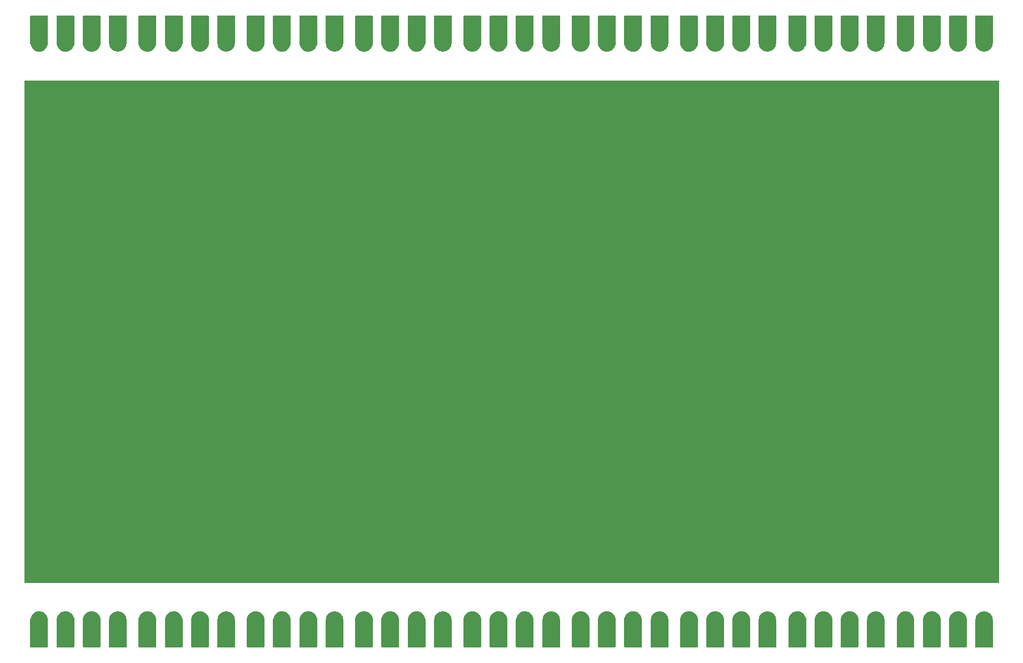
<source format=gbs>
G04*
G04 #@! TF.GenerationSoftware,Altium Limited,Altium Designer,21.7.2 (23)*
G04*
G04 Layer_Color=16711935*
%FSLAX44Y44*%
%MOMM*%
G71*
G04*
G04 #@! TF.SameCoordinates,4EA3E7D4-8FC9-4B51-A035-DBAEA2916729*
G04*
G04*
G04 #@! TF.FilePolarity,Negative*
G04*
G01*
G75*
%ADD23R,2.7032X4.2032*%
%ADD24C,2.7032*%
%ADD25C,1.2032*%
%ADD28C,1.1032*%
%ADD29C,1.0032*%
G36*
X1435133Y961010D02*
X1435264Y960984D01*
X1435390Y960941D01*
X1435509Y960882D01*
X1435620Y960808D01*
X1435720Y960720D01*
X1435808Y960620D01*
X1435882Y960509D01*
X1435941Y960390D01*
X1435983Y960264D01*
X1436010Y960133D01*
X1436018Y960000D01*
Y920000D01*
Y918354D01*
D01*
Y918354D01*
X1436010Y918222D01*
X1435983Y918091D01*
X1435132Y914912D01*
X1435089Y914786D01*
X1435030Y914666D01*
X1433384Y911816D01*
X1433384Y911816D01*
X1433310Y911705D01*
X1433222Y911605D01*
X1430895Y909278D01*
X1430895Y909278D01*
X1430795Y909190D01*
X1430684Y909116D01*
X1427834Y907470D01*
X1427834Y907470D01*
X1427714Y907411D01*
X1427588Y907368D01*
X1424409Y906517D01*
X1424279Y906491D01*
X1424146Y906482D01*
X1420854D01*
X1420721Y906491D01*
X1420591Y906517D01*
X1417412Y907368D01*
X1417285Y907411D01*
X1417166Y907470D01*
X1414316Y909116D01*
X1414316Y909116D01*
X1414205Y909190D01*
X1414105Y909278D01*
X1411778Y911605D01*
X1411777Y911605D01*
X1411690Y911705D01*
X1411616Y911816D01*
X1409970Y914666D01*
X1409970Y914666D01*
X1409911Y914786D01*
X1409868Y914912D01*
X1409017Y918091D01*
X1408990Y918222D01*
X1408982Y918354D01*
Y920000D01*
Y960000D01*
X1408990Y960133D01*
X1409017Y960264D01*
X1409059Y960390D01*
X1409118Y960509D01*
X1409192Y960620D01*
X1409280Y960720D01*
X1409380Y960808D01*
X1409491Y960882D01*
X1409610Y960941D01*
X1409736Y960984D01*
X1409867Y961010D01*
X1410000Y961018D01*
X1435000D01*
X1435133Y961010D01*
D02*
G37*
G36*
X1395133D02*
X1395264Y960984D01*
X1395390Y960941D01*
X1395509Y960882D01*
X1395620Y960808D01*
X1395720Y960720D01*
X1395808Y960620D01*
X1395882Y960509D01*
X1395941Y960390D01*
X1395983Y960264D01*
X1396010Y960133D01*
X1396018Y960000D01*
Y920000D01*
Y918354D01*
D01*
Y918354D01*
X1396010Y918222D01*
X1395983Y918091D01*
X1395132Y914912D01*
X1395089Y914786D01*
X1395030Y914666D01*
X1393384Y911816D01*
X1393384Y911816D01*
X1393310Y911705D01*
X1393222Y911605D01*
X1390895Y909278D01*
X1390895Y909278D01*
X1390795Y909190D01*
X1390684Y909116D01*
X1387834Y907470D01*
X1387834Y907470D01*
X1387714Y907411D01*
X1387588Y907368D01*
X1384409Y906517D01*
X1384279Y906491D01*
X1384146Y906482D01*
X1380854D01*
X1380721Y906491D01*
X1380591Y906517D01*
X1377412Y907368D01*
X1377285Y907411D01*
X1377166Y907470D01*
X1374316Y909116D01*
X1374316Y909116D01*
X1374205Y909190D01*
X1374105Y909278D01*
X1371778Y911605D01*
X1371777Y911605D01*
X1371690Y911705D01*
X1371616Y911816D01*
X1369970Y914666D01*
X1369970Y914666D01*
X1369911Y914786D01*
X1369868Y914912D01*
X1369017Y918091D01*
X1368990Y918222D01*
X1368982Y918354D01*
Y920000D01*
Y960000D01*
X1368990Y960133D01*
X1369017Y960264D01*
X1369059Y960390D01*
X1369118Y960509D01*
X1369192Y960620D01*
X1369280Y960720D01*
X1369380Y960808D01*
X1369491Y960882D01*
X1369610Y960941D01*
X1369736Y960984D01*
X1369867Y961010D01*
X1370000Y961018D01*
X1395000D01*
X1395133Y961010D01*
D02*
G37*
G36*
X1355133D02*
X1355264Y960984D01*
X1355390Y960941D01*
X1355509Y960882D01*
X1355620Y960808D01*
X1355720Y960720D01*
X1355808Y960620D01*
X1355882Y960509D01*
X1355941Y960390D01*
X1355983Y960264D01*
X1356010Y960133D01*
X1356018Y960000D01*
Y920000D01*
Y918354D01*
D01*
Y918354D01*
X1356010Y918222D01*
X1355983Y918091D01*
X1355132Y914912D01*
X1355089Y914786D01*
X1355030Y914666D01*
X1353384Y911816D01*
X1353384Y911816D01*
X1353310Y911705D01*
X1353222Y911605D01*
X1350895Y909278D01*
X1350895Y909278D01*
X1350795Y909190D01*
X1350684Y909116D01*
X1347834Y907470D01*
X1347834Y907470D01*
X1347714Y907411D01*
X1347588Y907368D01*
X1344409Y906517D01*
X1344279Y906491D01*
X1344146Y906482D01*
X1340854D01*
X1340721Y906491D01*
X1340591Y906517D01*
X1337412Y907368D01*
X1337285Y907411D01*
X1337166Y907470D01*
X1334316Y909116D01*
X1334316Y909116D01*
X1334205Y909190D01*
X1334105Y909278D01*
X1331778Y911605D01*
X1331777Y911605D01*
X1331690Y911705D01*
X1331616Y911816D01*
X1329970Y914666D01*
X1329970Y914666D01*
X1329911Y914786D01*
X1329868Y914912D01*
X1329017Y918091D01*
X1328990Y918222D01*
X1328982Y918354D01*
Y920000D01*
Y960000D01*
X1328990Y960133D01*
X1329017Y960264D01*
X1329059Y960390D01*
X1329118Y960509D01*
X1329192Y960620D01*
X1329280Y960720D01*
X1329380Y960808D01*
X1329491Y960882D01*
X1329610Y960941D01*
X1329736Y960984D01*
X1329867Y961010D01*
X1330000Y961018D01*
X1355000D01*
X1355133Y961010D01*
D02*
G37*
G36*
X1270133D02*
X1270264Y960984D01*
X1270390Y960941D01*
X1270509Y960882D01*
X1270620Y960808D01*
X1270720Y960720D01*
X1270808Y960620D01*
X1270882Y960509D01*
X1270941Y960390D01*
X1270984Y960264D01*
X1271010Y960133D01*
X1271018Y960000D01*
Y920000D01*
Y918354D01*
D01*
Y918354D01*
X1271010Y918222D01*
X1270984Y918091D01*
X1270132Y914912D01*
X1270089Y914786D01*
X1270030Y914666D01*
X1268384Y911816D01*
X1268384Y911816D01*
X1268310Y911705D01*
X1268222Y911605D01*
X1265895Y909278D01*
X1265895Y909278D01*
X1265795Y909190D01*
X1265684Y909116D01*
X1262834Y907470D01*
X1262834Y907470D01*
X1262714Y907411D01*
X1262588Y907368D01*
X1259409Y906517D01*
X1259278Y906491D01*
X1259146Y906482D01*
X1255854D01*
X1255721Y906491D01*
X1255591Y906517D01*
X1252412Y907368D01*
X1252286Y907411D01*
X1252166Y907470D01*
X1249316Y909116D01*
X1249316Y909116D01*
X1249205Y909190D01*
X1249105Y909278D01*
X1246778Y911605D01*
X1246777Y911605D01*
X1246690Y911705D01*
X1246616Y911816D01*
X1244970Y914666D01*
X1244970Y914666D01*
X1244911Y914786D01*
X1244868Y914912D01*
X1244016Y918091D01*
X1243990Y918222D01*
X1243982Y918354D01*
Y920000D01*
Y960000D01*
X1243990Y960133D01*
X1244016Y960264D01*
X1244059Y960390D01*
X1244118Y960509D01*
X1244192Y960620D01*
X1244280Y960720D01*
X1244380Y960808D01*
X1244491Y960882D01*
X1244610Y960941D01*
X1244736Y960984D01*
X1244867Y961010D01*
X1245000Y961018D01*
X1270000D01*
X1270133Y961010D01*
D02*
G37*
G36*
X1230133D02*
X1230264Y960984D01*
X1230390Y960941D01*
X1230509Y960882D01*
X1230620Y960808D01*
X1230720Y960720D01*
X1230808Y960620D01*
X1230882Y960509D01*
X1230941Y960390D01*
X1230984Y960264D01*
X1231010Y960133D01*
X1231018Y960000D01*
Y920000D01*
Y918354D01*
D01*
Y918354D01*
X1231010Y918222D01*
X1230984Y918091D01*
X1230132Y914912D01*
X1230089Y914786D01*
X1230030Y914666D01*
X1228384Y911816D01*
X1228384Y911816D01*
X1228310Y911705D01*
X1228222Y911605D01*
X1225895Y909278D01*
X1225895Y909278D01*
X1225795Y909190D01*
X1225684Y909116D01*
X1222834Y907470D01*
X1222834Y907470D01*
X1222714Y907411D01*
X1222588Y907368D01*
X1219409Y906517D01*
X1219278Y906491D01*
X1219146Y906482D01*
X1215854D01*
X1215721Y906491D01*
X1215591Y906517D01*
X1212412Y907368D01*
X1212286Y907411D01*
X1212166Y907470D01*
X1209316Y909116D01*
X1209316Y909116D01*
X1209205Y909190D01*
X1209105Y909278D01*
X1206778Y911605D01*
X1206777Y911605D01*
X1206690Y911705D01*
X1206616Y911816D01*
X1204970Y914666D01*
X1204970Y914666D01*
X1204911Y914786D01*
X1204868Y914912D01*
X1204016Y918091D01*
X1203990Y918222D01*
X1203982Y918354D01*
Y920000D01*
Y960000D01*
X1203990Y960133D01*
X1204016Y960264D01*
X1204059Y960390D01*
X1204118Y960509D01*
X1204192Y960620D01*
X1204280Y960720D01*
X1204380Y960808D01*
X1204491Y960882D01*
X1204610Y960941D01*
X1204736Y960984D01*
X1204867Y961010D01*
X1205000Y961018D01*
X1230000D01*
X1230133Y961010D01*
D02*
G37*
G36*
X1190133D02*
X1190264Y960984D01*
X1190390Y960941D01*
X1190509Y960882D01*
X1190620Y960808D01*
X1190720Y960720D01*
X1190808Y960620D01*
X1190882Y960509D01*
X1190941Y960390D01*
X1190984Y960264D01*
X1191010Y960133D01*
X1191018Y960000D01*
Y920000D01*
Y918354D01*
D01*
Y918354D01*
X1191010Y918222D01*
X1190984Y918091D01*
X1190132Y914912D01*
X1190089Y914786D01*
X1190030Y914666D01*
X1188384Y911816D01*
X1188384Y911816D01*
X1188310Y911705D01*
X1188222Y911605D01*
X1185895Y909278D01*
X1185895Y909278D01*
X1185795Y909190D01*
X1185684Y909116D01*
X1182834Y907470D01*
X1182834Y907470D01*
X1182714Y907411D01*
X1182588Y907368D01*
X1179409Y906517D01*
X1179278Y906491D01*
X1179146Y906482D01*
X1175854D01*
X1175721Y906491D01*
X1175591Y906517D01*
X1172412Y907368D01*
X1172286Y907411D01*
X1172166Y907470D01*
X1169316Y909116D01*
X1169316Y909116D01*
X1169205Y909190D01*
X1169105Y909278D01*
X1166778Y911605D01*
X1166777Y911605D01*
X1166690Y911705D01*
X1166616Y911816D01*
X1164970Y914666D01*
X1164970Y914666D01*
X1164911Y914786D01*
X1164868Y914912D01*
X1164016Y918091D01*
X1163990Y918222D01*
X1163982Y918354D01*
Y920000D01*
Y960000D01*
X1163990Y960133D01*
X1164016Y960264D01*
X1164059Y960390D01*
X1164118Y960509D01*
X1164192Y960620D01*
X1164280Y960720D01*
X1164380Y960808D01*
X1164491Y960882D01*
X1164610Y960941D01*
X1164736Y960984D01*
X1164867Y961010D01*
X1165000Y961018D01*
X1190000D01*
X1190133Y961010D01*
D02*
G37*
G36*
X1105133D02*
X1105264Y960984D01*
X1105390Y960941D01*
X1105509Y960882D01*
X1105620Y960808D01*
X1105720Y960720D01*
X1105808Y960620D01*
X1105882Y960509D01*
X1105941Y960390D01*
X1105984Y960264D01*
X1106010Y960133D01*
X1106018Y960000D01*
Y920000D01*
Y918354D01*
D01*
Y918354D01*
X1106010Y918222D01*
X1105984Y918091D01*
X1105132Y914912D01*
X1105089Y914786D01*
X1105030Y914666D01*
X1103384Y911816D01*
X1103384Y911816D01*
X1103310Y911705D01*
X1103222Y911605D01*
X1100895Y909278D01*
X1100895Y909278D01*
X1100795Y909190D01*
X1100684Y909116D01*
X1097834Y907470D01*
X1097834Y907470D01*
X1097714Y907411D01*
X1097588Y907368D01*
X1094409Y906517D01*
X1094278Y906491D01*
X1094146Y906482D01*
X1090854D01*
X1090721Y906491D01*
X1090591Y906517D01*
X1087412Y907368D01*
X1087286Y907411D01*
X1087166Y907470D01*
X1084316Y909116D01*
X1084316Y909116D01*
X1084205Y909190D01*
X1084105Y909278D01*
X1081778Y911605D01*
X1081777Y911605D01*
X1081690Y911705D01*
X1081616Y911816D01*
X1079970Y914666D01*
X1079970Y914666D01*
X1079911Y914786D01*
X1079868Y914912D01*
X1079016Y918091D01*
X1078990Y918222D01*
X1078982Y918354D01*
Y920000D01*
Y960000D01*
X1078990Y960133D01*
X1079016Y960264D01*
X1079059Y960390D01*
X1079118Y960509D01*
X1079192Y960620D01*
X1079280Y960720D01*
X1079380Y960808D01*
X1079491Y960882D01*
X1079610Y960941D01*
X1079736Y960984D01*
X1079867Y961010D01*
X1080000Y961018D01*
X1105000D01*
X1105133Y961010D01*
D02*
G37*
G36*
X1065133D02*
X1065264Y960984D01*
X1065390Y960941D01*
X1065509Y960882D01*
X1065620Y960808D01*
X1065720Y960720D01*
X1065808Y960620D01*
X1065882Y960509D01*
X1065941Y960390D01*
X1065984Y960264D01*
X1066010Y960133D01*
X1066018Y960000D01*
Y920000D01*
Y918354D01*
D01*
Y918354D01*
X1066010Y918222D01*
X1065984Y918091D01*
X1065132Y914912D01*
X1065089Y914786D01*
X1065030Y914666D01*
X1063384Y911816D01*
X1063384Y911816D01*
X1063310Y911705D01*
X1063222Y911605D01*
X1060895Y909278D01*
X1060895Y909278D01*
X1060795Y909190D01*
X1060684Y909116D01*
X1057834Y907470D01*
X1057834Y907470D01*
X1057714Y907411D01*
X1057588Y907368D01*
X1054409Y906517D01*
X1054278Y906491D01*
X1054146Y906482D01*
X1050854D01*
X1050721Y906491D01*
X1050591Y906517D01*
X1047412Y907368D01*
X1047286Y907411D01*
X1047166Y907470D01*
X1044316Y909116D01*
X1044316Y909116D01*
X1044205Y909190D01*
X1044105Y909278D01*
X1041778Y911605D01*
X1041777Y911605D01*
X1041690Y911705D01*
X1041616Y911816D01*
X1039970Y914666D01*
X1039970Y914666D01*
X1039911Y914786D01*
X1039868Y914912D01*
X1039016Y918091D01*
X1038990Y918222D01*
X1038982Y918354D01*
Y920000D01*
Y960000D01*
X1038990Y960133D01*
X1039016Y960264D01*
X1039059Y960390D01*
X1039118Y960509D01*
X1039192Y960620D01*
X1039280Y960720D01*
X1039380Y960808D01*
X1039491Y960882D01*
X1039610Y960941D01*
X1039736Y960984D01*
X1039867Y961010D01*
X1040000Y961018D01*
X1065000D01*
X1065133Y961010D01*
D02*
G37*
G36*
X1025133D02*
X1025264Y960984D01*
X1025390Y960941D01*
X1025509Y960882D01*
X1025620Y960808D01*
X1025720Y960720D01*
X1025808Y960620D01*
X1025882Y960509D01*
X1025941Y960390D01*
X1025984Y960264D01*
X1026010Y960133D01*
X1026018Y960000D01*
Y920000D01*
Y918354D01*
D01*
Y918354D01*
X1026010Y918222D01*
X1025984Y918091D01*
X1025132Y914912D01*
X1025089Y914786D01*
X1025030Y914666D01*
X1023384Y911816D01*
X1023384Y911816D01*
X1023310Y911705D01*
X1023222Y911605D01*
X1020895Y909278D01*
X1020895Y909278D01*
X1020795Y909190D01*
X1020684Y909116D01*
X1017834Y907470D01*
X1017834Y907470D01*
X1017714Y907411D01*
X1017588Y907368D01*
X1014409Y906517D01*
X1014278Y906491D01*
X1014146Y906482D01*
X1010854D01*
X1010721Y906491D01*
X1010591Y906517D01*
X1007412Y907368D01*
X1007286Y907411D01*
X1007166Y907470D01*
X1004316Y909116D01*
X1004316Y909116D01*
X1004205Y909190D01*
X1004105Y909278D01*
X1001778Y911605D01*
X1001777Y911605D01*
X1001690Y911705D01*
X1001616Y911816D01*
X999970Y914666D01*
X999970Y914666D01*
X999911Y914786D01*
X999868Y914912D01*
X999016Y918091D01*
X998990Y918222D01*
X998982Y918354D01*
Y920000D01*
Y960000D01*
X998990Y960133D01*
X999016Y960264D01*
X999059Y960390D01*
X999118Y960509D01*
X999192Y960620D01*
X999280Y960720D01*
X999380Y960808D01*
X999491Y960882D01*
X999610Y960941D01*
X999736Y960984D01*
X999867Y961010D01*
X1000000Y961018D01*
X1025000D01*
X1025133Y961010D01*
D02*
G37*
G36*
X940133D02*
X940264Y960984D01*
X940390Y960941D01*
X940509Y960882D01*
X940620Y960808D01*
X940720Y960720D01*
X940808Y960620D01*
X940882Y960509D01*
X940941Y960390D01*
X940984Y960264D01*
X941010Y960133D01*
X941018Y960000D01*
Y920000D01*
Y918354D01*
D01*
Y918354D01*
X941010Y918222D01*
X940984Y918091D01*
X940132Y914912D01*
X940089Y914786D01*
X940030Y914666D01*
X938384Y911816D01*
X938384Y911816D01*
X938310Y911705D01*
X938222Y911605D01*
X935895Y909278D01*
X935895Y909278D01*
X935795Y909190D01*
X935684Y909116D01*
X932834Y907470D01*
X932834Y907470D01*
X932714Y907411D01*
X932588Y907368D01*
X929409Y906517D01*
X929278Y906491D01*
X929146Y906482D01*
X925854D01*
X925721Y906491D01*
X925591Y906517D01*
X922412Y907368D01*
X922286Y907411D01*
X922166Y907470D01*
X919316Y909116D01*
X919316Y909116D01*
X919205Y909190D01*
X919105Y909278D01*
X916778Y911605D01*
X916777Y911605D01*
X916690Y911705D01*
X916616Y911816D01*
X914970Y914666D01*
X914970Y914666D01*
X914911Y914786D01*
X914868Y914912D01*
X914016Y918091D01*
X913990Y918222D01*
X913982Y918354D01*
Y920000D01*
Y960000D01*
X913990Y960133D01*
X914016Y960264D01*
X914059Y960390D01*
X914118Y960509D01*
X914192Y960620D01*
X914280Y960720D01*
X914380Y960808D01*
X914491Y960882D01*
X914610Y960941D01*
X914736Y960984D01*
X914867Y961010D01*
X915000Y961018D01*
X940000D01*
X940133Y961010D01*
D02*
G37*
G36*
X900133D02*
X900264Y960984D01*
X900390Y960941D01*
X900509Y960882D01*
X900620Y960808D01*
X900720Y960720D01*
X900808Y960620D01*
X900882Y960509D01*
X900941Y960390D01*
X900984Y960264D01*
X901010Y960133D01*
X901018Y960000D01*
Y920000D01*
Y918354D01*
D01*
Y918354D01*
X901010Y918222D01*
X900984Y918091D01*
X900132Y914912D01*
X900089Y914786D01*
X900030Y914666D01*
X898384Y911816D01*
X898384Y911816D01*
X898310Y911705D01*
X898222Y911605D01*
X895895Y909278D01*
X895895Y909278D01*
X895795Y909190D01*
X895684Y909116D01*
X892834Y907470D01*
X892834Y907470D01*
X892714Y907411D01*
X892588Y907368D01*
X889409Y906517D01*
X889278Y906491D01*
X889146Y906482D01*
X885854D01*
X885721Y906491D01*
X885591Y906517D01*
X882412Y907368D01*
X882286Y907411D01*
X882166Y907470D01*
X879316Y909116D01*
X879316Y909116D01*
X879205Y909190D01*
X879105Y909278D01*
X876778Y911605D01*
X876777Y911605D01*
X876690Y911705D01*
X876616Y911816D01*
X874970Y914666D01*
X874970Y914666D01*
X874911Y914786D01*
X874868Y914912D01*
X874016Y918091D01*
X873990Y918222D01*
X873982Y918354D01*
Y920000D01*
Y960000D01*
X873990Y960133D01*
X874016Y960264D01*
X874059Y960390D01*
X874118Y960509D01*
X874192Y960620D01*
X874280Y960720D01*
X874380Y960808D01*
X874491Y960882D01*
X874610Y960941D01*
X874736Y960984D01*
X874867Y961010D01*
X875000Y961018D01*
X900000D01*
X900133Y961010D01*
D02*
G37*
G36*
X860133D02*
X860264Y960984D01*
X860390Y960941D01*
X860509Y960882D01*
X860620Y960808D01*
X860720Y960720D01*
X860808Y960620D01*
X860882Y960509D01*
X860941Y960390D01*
X860984Y960264D01*
X861010Y960133D01*
X861018Y960000D01*
Y920000D01*
Y918354D01*
D01*
Y918354D01*
X861010Y918222D01*
X860984Y918091D01*
X860132Y914912D01*
X860089Y914786D01*
X860030Y914666D01*
X858384Y911816D01*
X858384Y911816D01*
X858310Y911705D01*
X858222Y911605D01*
X855895Y909278D01*
X855895Y909278D01*
X855795Y909190D01*
X855684Y909116D01*
X852834Y907470D01*
X852834Y907470D01*
X852714Y907411D01*
X852588Y907368D01*
X849409Y906517D01*
X849278Y906491D01*
X849146Y906482D01*
X845854D01*
X845721Y906491D01*
X845591Y906517D01*
X842412Y907368D01*
X842286Y907411D01*
X842166Y907470D01*
X839316Y909116D01*
X839316Y909116D01*
X839205Y909190D01*
X839105Y909278D01*
X836778Y911605D01*
X836777Y911605D01*
X836690Y911705D01*
X836616Y911816D01*
X834970Y914666D01*
X834970Y914666D01*
X834911Y914786D01*
X834868Y914912D01*
X834016Y918091D01*
X833990Y918222D01*
X833982Y918354D01*
Y920000D01*
Y960000D01*
X833990Y960133D01*
X834016Y960264D01*
X834059Y960390D01*
X834118Y960509D01*
X834192Y960620D01*
X834280Y960720D01*
X834380Y960808D01*
X834491Y960882D01*
X834610Y960941D01*
X834736Y960984D01*
X834867Y961010D01*
X835000Y961018D01*
X860000D01*
X860133Y961010D01*
D02*
G37*
G36*
X775133D02*
X775264Y960984D01*
X775390Y960941D01*
X775509Y960882D01*
X775620Y960808D01*
X775720Y960720D01*
X775808Y960620D01*
X775882Y960509D01*
X775941Y960390D01*
X775984Y960264D01*
X776010Y960133D01*
X776018Y960000D01*
Y920000D01*
Y918354D01*
D01*
Y918354D01*
X776010Y918222D01*
X775984Y918091D01*
X775132Y914912D01*
X775089Y914786D01*
X775030Y914666D01*
X773384Y911816D01*
X773384Y911816D01*
X773310Y911705D01*
X773222Y911605D01*
X770895Y909278D01*
X770895Y909278D01*
X770795Y909190D01*
X770684Y909116D01*
X767834Y907470D01*
X767834Y907470D01*
X767714Y907411D01*
X767588Y907368D01*
X764409Y906517D01*
X764278Y906491D01*
X764146Y906482D01*
X760854D01*
X760721Y906491D01*
X760591Y906517D01*
X757412Y907368D01*
X757286Y907411D01*
X757166Y907470D01*
X754316Y909116D01*
X754316Y909116D01*
X754205Y909190D01*
X754105Y909278D01*
X751778Y911605D01*
X751777Y911605D01*
X751690Y911705D01*
X751616Y911816D01*
X749970Y914666D01*
X749970Y914666D01*
X749911Y914786D01*
X749868Y914912D01*
X749016Y918091D01*
X748990Y918222D01*
X748982Y918354D01*
Y920000D01*
Y960000D01*
X748990Y960133D01*
X749016Y960264D01*
X749059Y960390D01*
X749118Y960509D01*
X749192Y960620D01*
X749280Y960720D01*
X749380Y960808D01*
X749491Y960882D01*
X749610Y960941D01*
X749736Y960984D01*
X749867Y961010D01*
X750000Y961018D01*
X775000D01*
X775133Y961010D01*
D02*
G37*
G36*
X735133D02*
X735264Y960984D01*
X735390Y960941D01*
X735509Y960882D01*
X735620Y960808D01*
X735720Y960720D01*
X735808Y960620D01*
X735882Y960509D01*
X735941Y960390D01*
X735984Y960264D01*
X736010Y960133D01*
X736018Y960000D01*
Y920000D01*
Y918354D01*
D01*
Y918354D01*
X736010Y918222D01*
X735984Y918091D01*
X735132Y914912D01*
X735089Y914786D01*
X735030Y914666D01*
X733384Y911816D01*
X733384Y911816D01*
X733310Y911705D01*
X733222Y911605D01*
X730895Y909278D01*
X730895Y909278D01*
X730795Y909190D01*
X730684Y909116D01*
X727834Y907470D01*
X727834Y907470D01*
X727714Y907411D01*
X727588Y907368D01*
X724409Y906517D01*
X724278Y906491D01*
X724146Y906482D01*
X720854D01*
X720721Y906491D01*
X720591Y906517D01*
X717412Y907368D01*
X717286Y907411D01*
X717166Y907470D01*
X714316Y909116D01*
X714316Y909116D01*
X714205Y909190D01*
X714105Y909278D01*
X711778Y911605D01*
X711777Y911605D01*
X711690Y911705D01*
X711616Y911816D01*
X709970Y914666D01*
X709970Y914666D01*
X709911Y914786D01*
X709868Y914912D01*
X709016Y918091D01*
X708990Y918222D01*
X708982Y918354D01*
Y920000D01*
Y960000D01*
X708990Y960133D01*
X709016Y960264D01*
X709059Y960390D01*
X709118Y960509D01*
X709192Y960620D01*
X709280Y960720D01*
X709380Y960808D01*
X709491Y960882D01*
X709610Y960941D01*
X709736Y960984D01*
X709867Y961010D01*
X710000Y961018D01*
X735000D01*
X735133Y961010D01*
D02*
G37*
G36*
X695133D02*
X695264Y960984D01*
X695390Y960941D01*
X695509Y960882D01*
X695620Y960808D01*
X695720Y960720D01*
X695808Y960620D01*
X695882Y960509D01*
X695941Y960390D01*
X695984Y960264D01*
X696010Y960133D01*
X696018Y960000D01*
Y920000D01*
Y918354D01*
D01*
Y918354D01*
X696010Y918222D01*
X695984Y918091D01*
X695132Y914912D01*
X695089Y914786D01*
X695030Y914666D01*
X693384Y911816D01*
X693384Y911816D01*
X693310Y911705D01*
X693222Y911605D01*
X690895Y909278D01*
X690895Y909278D01*
X690795Y909190D01*
X690684Y909116D01*
X687834Y907470D01*
X687834Y907470D01*
X687714Y907411D01*
X687588Y907368D01*
X684409Y906517D01*
X684278Y906491D01*
X684146Y906482D01*
X680854D01*
X680721Y906491D01*
X680591Y906517D01*
X677412Y907368D01*
X677286Y907411D01*
X677166Y907470D01*
X674316Y909116D01*
X674316Y909116D01*
X674205Y909190D01*
X674105Y909278D01*
X671778Y911605D01*
X671777Y911605D01*
X671690Y911705D01*
X671616Y911816D01*
X669970Y914666D01*
X669970Y914666D01*
X669911Y914786D01*
X669868Y914912D01*
X669016Y918091D01*
X668990Y918222D01*
X668982Y918354D01*
Y920000D01*
Y960000D01*
X668990Y960133D01*
X669016Y960264D01*
X669059Y960390D01*
X669118Y960509D01*
X669192Y960620D01*
X669280Y960720D01*
X669380Y960808D01*
X669491Y960882D01*
X669610Y960941D01*
X669736Y960984D01*
X669867Y961010D01*
X670000Y961018D01*
X695000D01*
X695133Y961010D01*
D02*
G37*
G36*
X610133D02*
X610263Y960984D01*
X610390Y960941D01*
X610509Y960882D01*
X610620Y960808D01*
X610720Y960720D01*
X610808Y960620D01*
X610882Y960509D01*
X610941Y960390D01*
X610984Y960264D01*
X611009Y960133D01*
X611018Y960000D01*
Y920000D01*
Y918354D01*
D01*
Y918354D01*
X611009Y918222D01*
X610984Y918091D01*
X610132Y914912D01*
X610089Y914786D01*
X610030Y914666D01*
X608384Y911816D01*
X608384Y911816D01*
X608310Y911705D01*
X608222Y911605D01*
X605895Y909278D01*
X605895Y909278D01*
X605795Y909190D01*
X605684Y909116D01*
X602834Y907470D01*
X602834Y907470D01*
X602714Y907411D01*
X602588Y907368D01*
X599409Y906517D01*
X599278Y906491D01*
X599146Y906482D01*
X595854D01*
X595721Y906491D01*
X595591Y906517D01*
X592412Y907368D01*
X592285Y907411D01*
X592166Y907470D01*
X589316Y909116D01*
X589316Y909116D01*
X589205Y909190D01*
X589105Y909278D01*
X586778Y911605D01*
X586777Y911605D01*
X586690Y911705D01*
X586616Y911816D01*
X584970Y914666D01*
X584970Y914666D01*
X584911Y914786D01*
X584868Y914912D01*
X584016Y918091D01*
X583991Y918222D01*
X583982Y918354D01*
Y920000D01*
Y960000D01*
X583991Y960133D01*
X584016Y960264D01*
X584059Y960390D01*
X584118Y960509D01*
X584192Y960620D01*
X584280Y960720D01*
X584380Y960808D01*
X584491Y960882D01*
X584610Y960941D01*
X584737Y960984D01*
X584867Y961010D01*
X585000Y961018D01*
X610000D01*
X610133Y961010D01*
D02*
G37*
G36*
X570133D02*
X570263Y960984D01*
X570390Y960941D01*
X570509Y960882D01*
X570620Y960808D01*
X570720Y960720D01*
X570808Y960620D01*
X570882Y960509D01*
X570941Y960390D01*
X570984Y960264D01*
X571009Y960133D01*
X571018Y960000D01*
Y920000D01*
Y918354D01*
D01*
Y918354D01*
X571009Y918222D01*
X570984Y918091D01*
X570132Y914912D01*
X570089Y914786D01*
X570030Y914666D01*
X568384Y911816D01*
X568384Y911816D01*
X568310Y911705D01*
X568222Y911605D01*
X565895Y909278D01*
X565895Y909278D01*
X565795Y909190D01*
X565684Y909116D01*
X562834Y907470D01*
X562834Y907470D01*
X562714Y907411D01*
X562588Y907368D01*
X559409Y906517D01*
X559278Y906491D01*
X559146Y906482D01*
X555854D01*
X555721Y906491D01*
X555591Y906517D01*
X552412Y907368D01*
X552285Y907411D01*
X552166Y907470D01*
X549316Y909116D01*
X549316Y909116D01*
X549205Y909190D01*
X549105Y909278D01*
X546778Y911605D01*
X546777Y911605D01*
X546690Y911705D01*
X546616Y911816D01*
X544970Y914666D01*
X544970Y914666D01*
X544911Y914786D01*
X544868Y914912D01*
X544016Y918091D01*
X543991Y918222D01*
X543982Y918354D01*
Y920000D01*
Y960000D01*
X543991Y960133D01*
X544016Y960264D01*
X544059Y960390D01*
X544118Y960509D01*
X544192Y960620D01*
X544280Y960720D01*
X544380Y960808D01*
X544491Y960882D01*
X544610Y960941D01*
X544737Y960984D01*
X544867Y961010D01*
X545000Y961018D01*
X570000D01*
X570133Y961010D01*
D02*
G37*
G36*
X530133D02*
X530263Y960984D01*
X530390Y960941D01*
X530509Y960882D01*
X530620Y960808D01*
X530720Y960720D01*
X530808Y960620D01*
X530882Y960509D01*
X530941Y960390D01*
X530984Y960264D01*
X531009Y960133D01*
X531018Y960000D01*
Y920000D01*
Y918354D01*
D01*
Y918354D01*
X531009Y918222D01*
X530984Y918091D01*
X530132Y914912D01*
X530089Y914786D01*
X530030Y914666D01*
X528384Y911816D01*
X528384Y911816D01*
X528310Y911705D01*
X528222Y911605D01*
X525895Y909278D01*
X525895Y909278D01*
X525795Y909190D01*
X525684Y909116D01*
X522834Y907470D01*
X522834Y907470D01*
X522714Y907411D01*
X522588Y907368D01*
X519409Y906517D01*
X519278Y906491D01*
X519146Y906482D01*
X515854D01*
X515721Y906491D01*
X515591Y906517D01*
X512412Y907368D01*
X512285Y907411D01*
X512166Y907470D01*
X509316Y909116D01*
X509316Y909116D01*
X509205Y909190D01*
X509105Y909278D01*
X506778Y911605D01*
X506777Y911605D01*
X506690Y911705D01*
X506616Y911816D01*
X504970Y914666D01*
X504970Y914666D01*
X504911Y914786D01*
X504868Y914912D01*
X504016Y918091D01*
X503991Y918222D01*
X503982Y918354D01*
Y920000D01*
Y960000D01*
X503991Y960133D01*
X504016Y960264D01*
X504059Y960390D01*
X504118Y960509D01*
X504192Y960620D01*
X504280Y960720D01*
X504380Y960808D01*
X504491Y960882D01*
X504610Y960941D01*
X504737Y960984D01*
X504867Y961010D01*
X505000Y961018D01*
X530000D01*
X530133Y961010D01*
D02*
G37*
G36*
X445133D02*
X445263Y960984D01*
X445390Y960941D01*
X445509Y960882D01*
X445620Y960808D01*
X445720Y960720D01*
X445808Y960620D01*
X445882Y960509D01*
X445941Y960390D01*
X445984Y960264D01*
X446009Y960133D01*
X446018Y960000D01*
Y920000D01*
Y918354D01*
D01*
Y918354D01*
X446009Y918222D01*
X445984Y918091D01*
X445132Y914912D01*
X445089Y914786D01*
X445030Y914666D01*
X443384Y911816D01*
X443384Y911816D01*
X443310Y911705D01*
X443222Y911605D01*
X440895Y909278D01*
X440895Y909278D01*
X440795Y909190D01*
X440684Y909116D01*
X437834Y907470D01*
X437834Y907470D01*
X437714Y907411D01*
X437588Y907368D01*
X434409Y906517D01*
X434278Y906491D01*
X434146Y906482D01*
X430854D01*
X430721Y906491D01*
X430591Y906517D01*
X427412Y907368D01*
X427285Y907411D01*
X427166Y907470D01*
X424316Y909116D01*
X424316Y909116D01*
X424205Y909190D01*
X424105Y909278D01*
X421778Y911605D01*
X421777Y911605D01*
X421690Y911705D01*
X421616Y911816D01*
X419970Y914666D01*
X419970Y914666D01*
X419911Y914786D01*
X419868Y914912D01*
X419016Y918091D01*
X418991Y918222D01*
X418982Y918354D01*
Y920000D01*
Y960000D01*
X418991Y960133D01*
X419016Y960264D01*
X419059Y960390D01*
X419118Y960509D01*
X419192Y960620D01*
X419280Y960720D01*
X419380Y960808D01*
X419491Y960882D01*
X419610Y960941D01*
X419737Y960984D01*
X419867Y961010D01*
X420000Y961018D01*
X445000D01*
X445133Y961010D01*
D02*
G37*
G36*
X405133D02*
X405263Y960984D01*
X405390Y960941D01*
X405509Y960882D01*
X405620Y960808D01*
X405720Y960720D01*
X405808Y960620D01*
X405882Y960509D01*
X405941Y960390D01*
X405984Y960264D01*
X406009Y960133D01*
X406018Y960000D01*
Y920000D01*
Y918354D01*
D01*
Y918354D01*
X406009Y918222D01*
X405984Y918091D01*
X405132Y914912D01*
X405089Y914786D01*
X405030Y914666D01*
X403384Y911816D01*
X403384Y911816D01*
X403310Y911705D01*
X403222Y911605D01*
X400895Y909278D01*
X400895Y909278D01*
X400795Y909190D01*
X400684Y909116D01*
X397834Y907470D01*
X397834Y907470D01*
X397714Y907411D01*
X397588Y907368D01*
X394409Y906517D01*
X394278Y906491D01*
X394146Y906482D01*
X390854D01*
X390721Y906491D01*
X390591Y906517D01*
X387412Y907368D01*
X387285Y907411D01*
X387166Y907470D01*
X384316Y909116D01*
X384316Y909116D01*
X384205Y909190D01*
X384105Y909278D01*
X381778Y911605D01*
X381777Y911605D01*
X381690Y911705D01*
X381616Y911816D01*
X379970Y914666D01*
X379970Y914666D01*
X379911Y914786D01*
X379868Y914912D01*
X379016Y918091D01*
X378991Y918222D01*
X378982Y918354D01*
Y920000D01*
Y960000D01*
X378991Y960133D01*
X379016Y960264D01*
X379059Y960390D01*
X379118Y960509D01*
X379192Y960620D01*
X379280Y960720D01*
X379380Y960808D01*
X379491Y960882D01*
X379610Y960941D01*
X379737Y960984D01*
X379867Y961010D01*
X380000Y961018D01*
X405000D01*
X405133Y961010D01*
D02*
G37*
G36*
X365133D02*
X365263Y960984D01*
X365390Y960941D01*
X365509Y960882D01*
X365620Y960808D01*
X365720Y960720D01*
X365808Y960620D01*
X365882Y960509D01*
X365941Y960390D01*
X365984Y960264D01*
X366009Y960133D01*
X366018Y960000D01*
Y920000D01*
Y918354D01*
D01*
Y918354D01*
X366009Y918222D01*
X365984Y918091D01*
X365132Y914912D01*
X365089Y914786D01*
X365030Y914666D01*
X363384Y911816D01*
X363384Y911816D01*
X363310Y911705D01*
X363222Y911605D01*
X360895Y909278D01*
X360895Y909278D01*
X360795Y909190D01*
X360684Y909116D01*
X357834Y907470D01*
X357834Y907470D01*
X357714Y907411D01*
X357588Y907368D01*
X354409Y906517D01*
X354278Y906491D01*
X354146Y906482D01*
X350854D01*
X350721Y906491D01*
X350591Y906517D01*
X347412Y907368D01*
X347285Y907411D01*
X347166Y907470D01*
X344316Y909116D01*
X344316Y909116D01*
X344205Y909190D01*
X344105Y909278D01*
X341778Y911605D01*
X341777Y911605D01*
X341690Y911705D01*
X341616Y911816D01*
X339970Y914666D01*
X339970Y914666D01*
X339911Y914786D01*
X339868Y914912D01*
X339016Y918091D01*
X338991Y918222D01*
X338982Y918354D01*
Y920000D01*
Y960000D01*
X338991Y960133D01*
X339016Y960264D01*
X339059Y960390D01*
X339118Y960509D01*
X339192Y960620D01*
X339280Y960720D01*
X339380Y960808D01*
X339491Y960882D01*
X339610Y960941D01*
X339737Y960984D01*
X339867Y961010D01*
X340000Y961018D01*
X365000D01*
X365133Y961010D01*
D02*
G37*
G36*
X280133D02*
X280264Y960984D01*
X280390Y960941D01*
X280509Y960882D01*
X280620Y960808D01*
X280720Y960720D01*
X280808Y960620D01*
X280882Y960509D01*
X280941Y960390D01*
X280984Y960264D01*
X281010Y960133D01*
X281018Y960000D01*
Y920000D01*
Y918354D01*
D01*
Y918354D01*
X281010Y918222D01*
X280984Y918091D01*
X280132Y914912D01*
X280089Y914786D01*
X280030Y914666D01*
X278384Y911816D01*
X278384Y911816D01*
X278310Y911705D01*
X278222Y911605D01*
X275895Y909278D01*
X275895Y909278D01*
X275795Y909190D01*
X275684Y909116D01*
X272834Y907470D01*
X272834Y907470D01*
X272714Y907411D01*
X272588Y907368D01*
X269409Y906517D01*
X269279Y906491D01*
X269146Y906482D01*
X265854D01*
X265721Y906491D01*
X265591Y906517D01*
X262412Y907368D01*
X262285Y907411D01*
X262166Y907470D01*
X259316Y909116D01*
X259316Y909116D01*
X259205Y909190D01*
X259105Y909278D01*
X256778Y911605D01*
X256777Y911605D01*
X256690Y911705D01*
X256616Y911816D01*
X254970Y914666D01*
X254970Y914666D01*
X254911Y914786D01*
X254868Y914912D01*
X254016Y918091D01*
X253990Y918222D01*
X253982Y918354D01*
Y920000D01*
Y960000D01*
X253990Y960133D01*
X254016Y960264D01*
X254059Y960390D01*
X254118Y960509D01*
X254192Y960620D01*
X254280Y960720D01*
X254380Y960808D01*
X254491Y960882D01*
X254610Y960941D01*
X254736Y960984D01*
X254867Y961010D01*
X255000Y961018D01*
X280000D01*
X280133Y961010D01*
D02*
G37*
G36*
X240133D02*
X240264Y960984D01*
X240390Y960941D01*
X240509Y960882D01*
X240620Y960808D01*
X240720Y960720D01*
X240808Y960620D01*
X240882Y960509D01*
X240941Y960390D01*
X240984Y960264D01*
X241010Y960133D01*
X241018Y960000D01*
Y920000D01*
Y918354D01*
D01*
Y918354D01*
X241010Y918222D01*
X240984Y918091D01*
X240132Y914912D01*
X240089Y914786D01*
X240030Y914666D01*
X238384Y911816D01*
X238384Y911816D01*
X238310Y911705D01*
X238222Y911605D01*
X235895Y909278D01*
X235895Y909278D01*
X235795Y909190D01*
X235684Y909116D01*
X232834Y907470D01*
X232834Y907470D01*
X232714Y907411D01*
X232588Y907368D01*
X229409Y906517D01*
X229279Y906491D01*
X229146Y906482D01*
X225854D01*
X225721Y906491D01*
X225591Y906517D01*
X222412Y907368D01*
X222285Y907411D01*
X222166Y907470D01*
X219316Y909116D01*
X219316Y909116D01*
X219205Y909190D01*
X219105Y909278D01*
X216778Y911605D01*
X216777Y911605D01*
X216690Y911705D01*
X216616Y911816D01*
X214970Y914666D01*
X214970Y914666D01*
X214911Y914786D01*
X214868Y914912D01*
X214016Y918091D01*
X213990Y918222D01*
X213982Y918354D01*
Y920000D01*
Y960000D01*
X213990Y960133D01*
X214016Y960264D01*
X214059Y960390D01*
X214118Y960509D01*
X214192Y960620D01*
X214280Y960720D01*
X214380Y960808D01*
X214491Y960882D01*
X214610Y960941D01*
X214736Y960984D01*
X214867Y961010D01*
X215000Y961018D01*
X240000D01*
X240133Y961010D01*
D02*
G37*
G36*
X200133D02*
X200264Y960984D01*
X200390Y960941D01*
X200509Y960882D01*
X200620Y960808D01*
X200720Y960720D01*
X200808Y960620D01*
X200882Y960509D01*
X200941Y960390D01*
X200984Y960264D01*
X201010Y960133D01*
X201018Y960000D01*
Y920000D01*
Y918354D01*
D01*
Y918354D01*
X201010Y918222D01*
X200984Y918091D01*
X200132Y914912D01*
X200089Y914786D01*
X200030Y914666D01*
X198384Y911816D01*
X198384Y911816D01*
X198310Y911705D01*
X198222Y911605D01*
X195895Y909278D01*
X195895Y909278D01*
X195795Y909190D01*
X195684Y909116D01*
X192834Y907470D01*
X192834Y907470D01*
X192714Y907411D01*
X192588Y907368D01*
X189409Y906517D01*
X189279Y906491D01*
X189146Y906482D01*
X185854D01*
X185721Y906491D01*
X185591Y906517D01*
X182412Y907368D01*
X182285Y907411D01*
X182166Y907470D01*
X179316Y909116D01*
X179316Y909116D01*
X179205Y909190D01*
X179105Y909278D01*
X176778Y911605D01*
X176777Y911605D01*
X176690Y911705D01*
X176616Y911816D01*
X174970Y914666D01*
X174970Y914666D01*
X174911Y914786D01*
X174868Y914912D01*
X174016Y918091D01*
X173990Y918222D01*
X173982Y918354D01*
Y920000D01*
Y960000D01*
X173990Y960133D01*
X174016Y960264D01*
X174059Y960390D01*
X174118Y960509D01*
X174192Y960620D01*
X174280Y960720D01*
X174380Y960808D01*
X174491Y960882D01*
X174610Y960941D01*
X174736Y960984D01*
X174867Y961010D01*
X175000Y961018D01*
X200000D01*
X200133Y961010D01*
D02*
G37*
G36*
X115133D02*
X115264Y960984D01*
X115390Y960941D01*
X115509Y960882D01*
X115620Y960808D01*
X115720Y960720D01*
X115808Y960620D01*
X115882Y960509D01*
X115941Y960390D01*
X115983Y960264D01*
X116010Y960133D01*
X116018Y960000D01*
Y920000D01*
Y918354D01*
D01*
Y918354D01*
X116010Y918222D01*
X115983Y918091D01*
X115132Y914912D01*
X115089Y914786D01*
X115030Y914666D01*
X113384Y911816D01*
X113384Y911816D01*
X113310Y911705D01*
X113222Y911605D01*
X110895Y909278D01*
X110895Y909278D01*
X110795Y909190D01*
X110684Y909116D01*
X107834Y907470D01*
X107834Y907470D01*
X107714Y907411D01*
X107588Y907368D01*
X104409Y906517D01*
X104278Y906491D01*
X104146Y906482D01*
X100854D01*
X100721Y906491D01*
X100591Y906517D01*
X97412Y907368D01*
X97285Y907411D01*
X97166Y907470D01*
X94316Y909116D01*
X94316Y909116D01*
X94205Y909190D01*
X94105Y909278D01*
X91778Y911605D01*
X91777Y911605D01*
X91690Y911705D01*
X91616Y911816D01*
X89970Y914666D01*
X89970Y914666D01*
X89911Y914786D01*
X89868Y914912D01*
X89017Y918091D01*
X88990Y918222D01*
X88982Y918354D01*
Y920000D01*
Y960000D01*
X88990Y960133D01*
X89017Y960264D01*
X89059Y960390D01*
X89118Y960509D01*
X89192Y960620D01*
X89280Y960720D01*
X89380Y960808D01*
X89491Y960882D01*
X89610Y960941D01*
X89736Y960984D01*
X89867Y961010D01*
X90000Y961018D01*
X115000D01*
X115133Y961010D01*
D02*
G37*
G36*
X75133D02*
X75264Y960984D01*
X75390Y960941D01*
X75509Y960882D01*
X75620Y960808D01*
X75720Y960720D01*
X75808Y960620D01*
X75882Y960509D01*
X75941Y960390D01*
X75984Y960264D01*
X76009Y960133D01*
X76018Y960000D01*
Y920000D01*
Y918354D01*
D01*
Y918354D01*
X76009Y918222D01*
X75984Y918091D01*
X75132Y914912D01*
X75089Y914786D01*
X75030Y914666D01*
X73384Y911816D01*
X73384Y911816D01*
X73310Y911705D01*
X73222Y911605D01*
X70895Y909278D01*
X70895Y909278D01*
X70795Y909190D01*
X70684Y909116D01*
X67834Y907470D01*
X67834Y907470D01*
X67714Y907411D01*
X67588Y907368D01*
X64409Y906517D01*
X64278Y906491D01*
X64146Y906482D01*
X60854D01*
X60721Y906491D01*
X60591Y906517D01*
X57412Y907368D01*
X57285Y907411D01*
X57166Y907470D01*
X54316Y909116D01*
X54316Y909116D01*
X54205Y909190D01*
X54105Y909278D01*
X51778Y911605D01*
X51778Y911605D01*
X51690Y911705D01*
X51616Y911816D01*
X49970Y914666D01*
X49970Y914666D01*
X49911Y914786D01*
X49868Y914912D01*
X49016Y918091D01*
X48991Y918222D01*
X48982Y918354D01*
Y920000D01*
Y960000D01*
X48991Y960133D01*
X49016Y960264D01*
X49059Y960390D01*
X49118Y960509D01*
X49192Y960620D01*
X49280Y960720D01*
X49380Y960808D01*
X49491Y960882D01*
X49610Y960941D01*
X49736Y960984D01*
X49867Y961010D01*
X50000Y961018D01*
X75000D01*
X75133Y961010D01*
D02*
G37*
G36*
X35133D02*
X35264Y960984D01*
X35390Y960941D01*
X35509Y960882D01*
X35620Y960808D01*
X35720Y960720D01*
X35808Y960620D01*
X35882Y960509D01*
X35941Y960390D01*
X35984Y960264D01*
X36010Y960133D01*
X36018Y960000D01*
Y920000D01*
Y918354D01*
D01*
Y918354D01*
X36010Y918222D01*
X35984Y918091D01*
X35132Y914912D01*
X35089Y914786D01*
X35030Y914666D01*
X33384Y911816D01*
X33384Y911816D01*
X33310Y911705D01*
X33222Y911605D01*
X30895Y909278D01*
X30895Y909278D01*
X30795Y909190D01*
X30684Y909116D01*
X27834Y907470D01*
X27834Y907470D01*
X27714Y907411D01*
X27588Y907368D01*
X24409Y906517D01*
X24279Y906491D01*
X24146Y906482D01*
X20854D01*
X20721Y906491D01*
X20591Y906517D01*
X17412Y907368D01*
X17285Y907411D01*
X17166Y907470D01*
X14316Y909116D01*
X14316Y909116D01*
X14205Y909190D01*
X14105Y909278D01*
X11778Y911605D01*
X11777Y911605D01*
X11690Y911705D01*
X11616Y911816D01*
X9970Y914666D01*
X9970Y914666D01*
X9911Y914786D01*
X9868Y914912D01*
X9017Y918091D01*
X8990Y918222D01*
X8982Y918354D01*
Y920000D01*
Y960000D01*
X8990Y960133D01*
X9017Y960264D01*
X9059Y960390D01*
X9118Y960509D01*
X9192Y960620D01*
X9280Y960720D01*
X9380Y960808D01*
X9491Y960882D01*
X9610Y960941D01*
X9736Y960984D01*
X9867Y961010D01*
X10000Y961018D01*
X35000D01*
X35133Y961010D01*
D02*
G37*
G36*
X1485000Y97000D02*
X0D01*
Y862000D01*
X1485000D01*
Y97000D01*
D02*
G37*
G36*
X1424279Y53509D02*
X1424409Y53484D01*
X1427588Y52632D01*
X1427714Y52589D01*
X1427834Y52530D01*
X1430684Y50884D01*
X1430795Y50810D01*
X1430895Y50722D01*
X1430895Y50722D01*
X1433222Y48395D01*
X1433310Y48295D01*
X1433384Y48184D01*
X1433384Y48184D01*
X1435030Y45334D01*
X1435089Y45215D01*
X1435132Y45088D01*
X1435983Y41909D01*
X1436010Y41779D01*
X1436018Y41646D01*
D01*
Y41646D01*
Y40000D01*
Y0D01*
X1436010Y-133D01*
X1435983Y-264D01*
X1435941Y-390D01*
X1435882Y-509D01*
X1435808Y-620D01*
X1435720Y-720D01*
X1435620Y-808D01*
X1435509Y-882D01*
X1435390Y-941D01*
X1435264Y-984D01*
X1435133Y-1009D01*
X1435000Y-1018D01*
X1410000D01*
X1409867Y-1009D01*
X1409736Y-984D01*
X1409610Y-941D01*
X1409491Y-882D01*
X1409380Y-808D01*
X1409280Y-720D01*
X1409192Y-620D01*
X1409118Y-509D01*
X1409059Y-390D01*
X1409017Y-264D01*
X1408990Y-133D01*
X1408982Y0D01*
Y40000D01*
Y41646D01*
X1408990Y41779D01*
X1409017Y41909D01*
X1409868Y45088D01*
X1409911Y45215D01*
X1409970Y45334D01*
X1409970Y45334D01*
X1411616Y48184D01*
X1411690Y48295D01*
X1411777Y48395D01*
X1411778Y48395D01*
X1414105Y50722D01*
X1414205Y50810D01*
X1414316Y50884D01*
X1414316Y50884D01*
X1417166Y52530D01*
X1417285Y52589D01*
X1417412Y52632D01*
X1420591Y53484D01*
X1420721Y53509D01*
X1420854Y53518D01*
D01*
X1420854D01*
X1424146D01*
X1424279Y53509D01*
D02*
G37*
G36*
X1384279D02*
X1384409Y53484D01*
X1387588Y52632D01*
X1387714Y52589D01*
X1387834Y52530D01*
X1390684Y50884D01*
X1390795Y50810D01*
X1390895Y50722D01*
X1390895Y50722D01*
X1393222Y48395D01*
X1393310Y48295D01*
X1393384Y48184D01*
X1393384Y48184D01*
X1395030Y45334D01*
X1395089Y45215D01*
X1395132Y45088D01*
X1395983Y41909D01*
X1396010Y41779D01*
X1396018Y41646D01*
D01*
Y41646D01*
Y40000D01*
Y0D01*
X1396010Y-133D01*
X1395983Y-264D01*
X1395941Y-390D01*
X1395882Y-509D01*
X1395808Y-620D01*
X1395720Y-720D01*
X1395620Y-808D01*
X1395509Y-882D01*
X1395390Y-941D01*
X1395264Y-984D01*
X1395133Y-1009D01*
X1395000Y-1018D01*
X1370000D01*
X1369867Y-1009D01*
X1369736Y-984D01*
X1369610Y-941D01*
X1369491Y-882D01*
X1369380Y-808D01*
X1369280Y-720D01*
X1369192Y-620D01*
X1369118Y-509D01*
X1369059Y-390D01*
X1369017Y-264D01*
X1368990Y-133D01*
X1368982Y0D01*
Y40000D01*
Y41646D01*
X1368990Y41779D01*
X1369017Y41909D01*
X1369868Y45088D01*
X1369911Y45215D01*
X1369970Y45334D01*
X1369970Y45334D01*
X1371616Y48184D01*
X1371690Y48295D01*
X1371777Y48395D01*
X1371778Y48395D01*
X1374105Y50722D01*
X1374205Y50810D01*
X1374316Y50884D01*
X1374316Y50884D01*
X1377166Y52530D01*
X1377285Y52589D01*
X1377412Y52632D01*
X1380591Y53484D01*
X1380721Y53509D01*
X1380854Y53518D01*
X1380854D01*
D01*
X1384146D01*
X1384279Y53509D01*
D02*
G37*
G36*
X1344279D02*
X1344409Y53484D01*
X1347588Y52632D01*
X1347714Y52589D01*
X1347834Y52530D01*
X1350684Y50884D01*
X1350795Y50810D01*
X1350895Y50722D01*
X1350895Y50722D01*
X1353222Y48395D01*
X1353310Y48295D01*
X1353384Y48184D01*
X1353384Y48184D01*
X1355030Y45334D01*
X1355089Y45215D01*
X1355132Y45088D01*
X1355983Y41909D01*
X1356010Y41779D01*
X1356018Y41646D01*
D01*
Y41646D01*
Y40000D01*
Y0D01*
X1356010Y-133D01*
X1355983Y-264D01*
X1355941Y-390D01*
X1355882Y-509D01*
X1355808Y-620D01*
X1355720Y-720D01*
X1355620Y-808D01*
X1355509Y-882D01*
X1355390Y-941D01*
X1355264Y-984D01*
X1355133Y-1009D01*
X1355000Y-1018D01*
X1330000D01*
X1329867Y-1009D01*
X1329736Y-984D01*
X1329610Y-941D01*
X1329491Y-882D01*
X1329380Y-808D01*
X1329280Y-720D01*
X1329192Y-620D01*
X1329118Y-509D01*
X1329059Y-390D01*
X1329017Y-264D01*
X1328990Y-133D01*
X1328982Y0D01*
Y40000D01*
Y41646D01*
X1328990Y41779D01*
X1329017Y41909D01*
X1329868Y45088D01*
X1329911Y45215D01*
X1329970Y45334D01*
X1329970Y45334D01*
X1331616Y48184D01*
X1331690Y48295D01*
X1331777Y48395D01*
X1331778Y48395D01*
X1334105Y50722D01*
X1334205Y50810D01*
X1334316Y50884D01*
X1334316Y50884D01*
X1337166Y52530D01*
X1337285Y52589D01*
X1337412Y52632D01*
X1340591Y53484D01*
X1340721Y53509D01*
X1340854Y53518D01*
D01*
X1340854D01*
X1344146D01*
X1344279Y53509D01*
D02*
G37*
G36*
X1259279D02*
X1259409Y53484D01*
X1262588Y52632D01*
X1262714Y52589D01*
X1262834Y52530D01*
X1265684Y50884D01*
X1265795Y50810D01*
X1265895Y50722D01*
X1265895Y50722D01*
X1268222Y48395D01*
X1268310Y48295D01*
X1268384Y48184D01*
X1268384Y48184D01*
X1270030Y45334D01*
X1270089Y45215D01*
X1270132Y45088D01*
X1270984Y41909D01*
X1271010Y41779D01*
X1271018Y41646D01*
D01*
Y41646D01*
Y40000D01*
Y0D01*
X1271010Y-133D01*
X1270984Y-264D01*
X1270941Y-390D01*
X1270882Y-509D01*
X1270808Y-620D01*
X1270720Y-720D01*
X1270620Y-808D01*
X1270509Y-882D01*
X1270390Y-941D01*
X1270264Y-984D01*
X1270133Y-1009D01*
X1270000Y-1018D01*
X1245000D01*
X1244867Y-1009D01*
X1244736Y-984D01*
X1244610Y-941D01*
X1244491Y-882D01*
X1244380Y-808D01*
X1244280Y-720D01*
X1244192Y-620D01*
X1244118Y-509D01*
X1244059Y-390D01*
X1244016Y-264D01*
X1243990Y-133D01*
X1243982Y0D01*
Y40000D01*
Y41646D01*
X1243990Y41779D01*
X1244016Y41909D01*
X1244868Y45088D01*
X1244911Y45215D01*
X1244970Y45334D01*
X1244970Y45334D01*
X1246616Y48184D01*
X1246690Y48295D01*
X1246777Y48395D01*
X1246778Y48395D01*
X1249105Y50722D01*
X1249205Y50810D01*
X1249316Y50884D01*
X1249316Y50884D01*
X1252166Y52530D01*
X1252286Y52589D01*
X1252412Y52632D01*
X1255591Y53484D01*
X1255721Y53509D01*
X1255854Y53518D01*
X1255854D01*
D01*
X1259146D01*
X1259279Y53509D01*
D02*
G37*
G36*
X1219279D02*
X1219409Y53484D01*
X1222588Y52632D01*
X1222714Y52589D01*
X1222834Y52530D01*
X1225684Y50884D01*
X1225795Y50810D01*
X1225895Y50722D01*
X1225895Y50722D01*
X1228222Y48395D01*
X1228310Y48295D01*
X1228384Y48184D01*
X1228384Y48184D01*
X1230030Y45334D01*
X1230089Y45215D01*
X1230132Y45088D01*
X1230984Y41909D01*
X1231010Y41779D01*
X1231018Y41646D01*
D01*
Y41646D01*
Y40000D01*
Y0D01*
X1231010Y-133D01*
X1230984Y-264D01*
X1230941Y-390D01*
X1230882Y-509D01*
X1230808Y-620D01*
X1230720Y-720D01*
X1230620Y-808D01*
X1230509Y-882D01*
X1230390Y-941D01*
X1230264Y-984D01*
X1230133Y-1009D01*
X1230000Y-1018D01*
X1205000D01*
X1204867Y-1009D01*
X1204736Y-984D01*
X1204610Y-941D01*
X1204491Y-882D01*
X1204380Y-808D01*
X1204280Y-720D01*
X1204192Y-620D01*
X1204118Y-509D01*
X1204059Y-390D01*
X1204016Y-264D01*
X1203990Y-133D01*
X1203982Y0D01*
Y40000D01*
Y41646D01*
X1203990Y41779D01*
X1204016Y41909D01*
X1204868Y45088D01*
X1204911Y45215D01*
X1204970Y45334D01*
X1204970Y45334D01*
X1206616Y48184D01*
X1206690Y48295D01*
X1206777Y48395D01*
X1206778Y48395D01*
X1209105Y50722D01*
X1209205Y50810D01*
X1209316Y50884D01*
X1209316Y50884D01*
X1212166Y52530D01*
X1212286Y52589D01*
X1212412Y52632D01*
X1215591Y53484D01*
X1215721Y53509D01*
X1215854Y53518D01*
D01*
X1215854D01*
X1219146D01*
X1219279Y53509D01*
D02*
G37*
G36*
X1179279D02*
X1179409Y53484D01*
X1182588Y52632D01*
X1182714Y52589D01*
X1182834Y52530D01*
X1185684Y50884D01*
X1185795Y50810D01*
X1185895Y50722D01*
X1185895Y50722D01*
X1188222Y48395D01*
X1188310Y48295D01*
X1188384Y48184D01*
X1188384Y48184D01*
X1190030Y45334D01*
X1190089Y45215D01*
X1190132Y45088D01*
X1190984Y41909D01*
X1191010Y41779D01*
X1191018Y41646D01*
D01*
Y41646D01*
Y40000D01*
Y0D01*
X1191010Y-133D01*
X1190984Y-264D01*
X1190941Y-390D01*
X1190882Y-509D01*
X1190808Y-620D01*
X1190720Y-720D01*
X1190620Y-808D01*
X1190509Y-882D01*
X1190390Y-941D01*
X1190264Y-984D01*
X1190133Y-1009D01*
X1190000Y-1018D01*
X1165000D01*
X1164867Y-1009D01*
X1164736Y-984D01*
X1164610Y-941D01*
X1164491Y-882D01*
X1164380Y-808D01*
X1164280Y-720D01*
X1164192Y-620D01*
X1164118Y-509D01*
X1164059Y-390D01*
X1164016Y-264D01*
X1163990Y-133D01*
X1163982Y0D01*
Y40000D01*
Y41646D01*
X1163990Y41779D01*
X1164016Y41909D01*
X1164868Y45088D01*
X1164911Y45215D01*
X1164970Y45334D01*
X1164970Y45334D01*
X1166616Y48184D01*
X1166690Y48295D01*
X1166777Y48395D01*
X1166778Y48395D01*
X1169105Y50722D01*
X1169205Y50810D01*
X1169316Y50884D01*
X1169316Y50884D01*
X1172166Y52530D01*
X1172286Y52589D01*
X1172412Y52632D01*
X1175591Y53484D01*
X1175721Y53509D01*
X1175854Y53518D01*
X1175854D01*
D01*
X1179146D01*
X1179279Y53509D01*
D02*
G37*
G36*
X1094279D02*
X1094409Y53484D01*
X1097588Y52632D01*
X1097714Y52589D01*
X1097834Y52530D01*
X1100684Y50884D01*
X1100795Y50810D01*
X1100895Y50722D01*
X1100895Y50722D01*
X1103222Y48395D01*
X1103310Y48295D01*
X1103384Y48184D01*
X1103384Y48184D01*
X1105030Y45334D01*
X1105089Y45215D01*
X1105132Y45088D01*
X1105984Y41909D01*
X1106010Y41779D01*
X1106018Y41646D01*
D01*
Y41646D01*
Y40000D01*
Y0D01*
X1106010Y-133D01*
X1105984Y-264D01*
X1105941Y-390D01*
X1105882Y-509D01*
X1105808Y-620D01*
X1105720Y-720D01*
X1105620Y-808D01*
X1105509Y-882D01*
X1105390Y-941D01*
X1105264Y-984D01*
X1105133Y-1009D01*
X1105000Y-1018D01*
X1080000D01*
X1079867Y-1009D01*
X1079736Y-984D01*
X1079610Y-941D01*
X1079491Y-882D01*
X1079380Y-808D01*
X1079280Y-720D01*
X1079192Y-620D01*
X1079118Y-509D01*
X1079059Y-390D01*
X1079016Y-264D01*
X1078990Y-133D01*
X1078982Y0D01*
Y40000D01*
Y41646D01*
X1078990Y41779D01*
X1079016Y41909D01*
X1079868Y45088D01*
X1079911Y45215D01*
X1079970Y45334D01*
X1079970Y45334D01*
X1081616Y48184D01*
X1081690Y48295D01*
X1081777Y48395D01*
X1081778Y48395D01*
X1084105Y50722D01*
X1084205Y50810D01*
X1084316Y50884D01*
X1084316Y50884D01*
X1087166Y52530D01*
X1087286Y52589D01*
X1087412Y52632D01*
X1090591Y53484D01*
X1090721Y53509D01*
X1090854Y53518D01*
D01*
X1090854D01*
X1094146D01*
X1094279Y53509D01*
D02*
G37*
G36*
X1054279D02*
X1054409Y53484D01*
X1057588Y52632D01*
X1057714Y52589D01*
X1057834Y52530D01*
X1060684Y50884D01*
X1060795Y50810D01*
X1060895Y50722D01*
X1060895Y50722D01*
X1063222Y48395D01*
X1063310Y48295D01*
X1063384Y48184D01*
X1063384Y48184D01*
X1065030Y45334D01*
X1065089Y45215D01*
X1065132Y45088D01*
X1065984Y41909D01*
X1066010Y41779D01*
X1066018Y41646D01*
D01*
Y41646D01*
Y40000D01*
Y0D01*
X1066010Y-133D01*
X1065984Y-264D01*
X1065941Y-390D01*
X1065882Y-509D01*
X1065808Y-620D01*
X1065720Y-720D01*
X1065620Y-808D01*
X1065509Y-882D01*
X1065390Y-941D01*
X1065264Y-984D01*
X1065133Y-1009D01*
X1065000Y-1018D01*
X1040000D01*
X1039867Y-1009D01*
X1039736Y-984D01*
X1039610Y-941D01*
X1039491Y-882D01*
X1039380Y-808D01*
X1039280Y-720D01*
X1039192Y-620D01*
X1039118Y-509D01*
X1039059Y-390D01*
X1039016Y-264D01*
X1038990Y-133D01*
X1038982Y0D01*
Y40000D01*
Y41646D01*
X1038990Y41779D01*
X1039016Y41909D01*
X1039868Y45088D01*
X1039911Y45215D01*
X1039970Y45334D01*
X1039970Y45334D01*
X1041616Y48184D01*
X1041690Y48295D01*
X1041777Y48395D01*
X1041778Y48395D01*
X1044105Y50722D01*
X1044205Y50810D01*
X1044316Y50884D01*
X1044316Y50884D01*
X1047166Y52530D01*
X1047286Y52589D01*
X1047412Y52632D01*
X1050591Y53484D01*
X1050721Y53509D01*
X1050854Y53518D01*
X1050854D01*
D01*
X1054146D01*
X1054279Y53509D01*
D02*
G37*
G36*
X1014279D02*
X1014409Y53484D01*
X1017588Y52632D01*
X1017714Y52589D01*
X1017834Y52530D01*
X1020684Y50884D01*
X1020795Y50810D01*
X1020895Y50722D01*
X1020895Y50722D01*
X1023222Y48395D01*
X1023310Y48295D01*
X1023384Y48184D01*
X1023384Y48184D01*
X1025030Y45334D01*
X1025089Y45215D01*
X1025132Y45088D01*
X1025984Y41909D01*
X1026010Y41779D01*
X1026018Y41646D01*
D01*
Y41646D01*
Y40000D01*
Y0D01*
X1026010Y-133D01*
X1025984Y-264D01*
X1025941Y-390D01*
X1025882Y-509D01*
X1025808Y-620D01*
X1025720Y-720D01*
X1025620Y-808D01*
X1025509Y-882D01*
X1025390Y-941D01*
X1025264Y-984D01*
X1025133Y-1009D01*
X1025000Y-1018D01*
X1000000D01*
X999867Y-1009D01*
X999736Y-984D01*
X999610Y-941D01*
X999491Y-882D01*
X999380Y-808D01*
X999280Y-720D01*
X999192Y-620D01*
X999118Y-509D01*
X999059Y-390D01*
X999016Y-264D01*
X998990Y-133D01*
X998982Y0D01*
Y40000D01*
Y41646D01*
X998990Y41779D01*
X999016Y41909D01*
X999868Y45088D01*
X999911Y45215D01*
X999970Y45334D01*
X999970Y45334D01*
X1001616Y48184D01*
X1001690Y48295D01*
X1001777Y48395D01*
X1001778Y48395D01*
X1004105Y50722D01*
X1004205Y50810D01*
X1004316Y50884D01*
X1004316Y50884D01*
X1007166Y52530D01*
X1007286Y52589D01*
X1007412Y52632D01*
X1010591Y53484D01*
X1010721Y53509D01*
X1010854Y53518D01*
D01*
X1010854D01*
X1014146D01*
X1014279Y53509D01*
D02*
G37*
G36*
X929279D02*
X929409Y53484D01*
X932588Y52632D01*
X932714Y52589D01*
X932834Y52530D01*
X935684Y50884D01*
X935795Y50810D01*
X935895Y50722D01*
X935895Y50722D01*
X938222Y48395D01*
X938310Y48295D01*
X938384Y48184D01*
X938384Y48184D01*
X940030Y45334D01*
X940089Y45215D01*
X940132Y45088D01*
X940984Y41909D01*
X941010Y41779D01*
X941018Y41646D01*
D01*
Y41646D01*
Y40000D01*
Y0D01*
X941010Y-133D01*
X940984Y-264D01*
X940941Y-390D01*
X940882Y-509D01*
X940808Y-620D01*
X940720Y-720D01*
X940620Y-808D01*
X940509Y-882D01*
X940390Y-941D01*
X940264Y-984D01*
X940133Y-1009D01*
X940000Y-1018D01*
X915000D01*
X914867Y-1009D01*
X914736Y-984D01*
X914610Y-941D01*
X914491Y-882D01*
X914380Y-808D01*
X914280Y-720D01*
X914192Y-620D01*
X914118Y-509D01*
X914059Y-390D01*
X914016Y-264D01*
X913990Y-133D01*
X913982Y0D01*
Y40000D01*
Y41646D01*
X913990Y41779D01*
X914016Y41909D01*
X914868Y45088D01*
X914911Y45215D01*
X914970Y45334D01*
X914970Y45334D01*
X916616Y48184D01*
X916690Y48295D01*
X916777Y48395D01*
X916778Y48395D01*
X919105Y50722D01*
X919205Y50810D01*
X919316Y50884D01*
X919316Y50884D01*
X922166Y52530D01*
X922286Y52589D01*
X922412Y52632D01*
X925591Y53484D01*
X925721Y53509D01*
X925854Y53518D01*
X925854D01*
D01*
X929146D01*
X929279Y53509D01*
D02*
G37*
G36*
X889279D02*
X889409Y53484D01*
X892588Y52632D01*
X892714Y52589D01*
X892834Y52530D01*
X895684Y50884D01*
X895795Y50810D01*
X895895Y50722D01*
X895895Y50722D01*
X898222Y48395D01*
X898310Y48295D01*
X898384Y48184D01*
X898384Y48184D01*
X900030Y45334D01*
X900089Y45215D01*
X900132Y45088D01*
X900984Y41909D01*
X901010Y41779D01*
X901018Y41646D01*
D01*
Y41646D01*
Y40000D01*
Y0D01*
X901010Y-133D01*
X900984Y-264D01*
X900941Y-390D01*
X900882Y-509D01*
X900808Y-620D01*
X900720Y-720D01*
X900620Y-808D01*
X900509Y-882D01*
X900390Y-941D01*
X900264Y-984D01*
X900133Y-1009D01*
X900000Y-1018D01*
X875000D01*
X874867Y-1009D01*
X874736Y-984D01*
X874610Y-941D01*
X874491Y-882D01*
X874380Y-808D01*
X874280Y-720D01*
X874192Y-620D01*
X874118Y-509D01*
X874059Y-390D01*
X874016Y-264D01*
X873990Y-133D01*
X873982Y0D01*
Y40000D01*
Y41646D01*
X873990Y41779D01*
X874016Y41909D01*
X874868Y45088D01*
X874911Y45215D01*
X874970Y45334D01*
X874970Y45334D01*
X876616Y48184D01*
X876690Y48295D01*
X876777Y48395D01*
X876778Y48395D01*
X879105Y50722D01*
X879205Y50810D01*
X879316Y50884D01*
X879316Y50884D01*
X882166Y52530D01*
X882286Y52589D01*
X882412Y52632D01*
X885591Y53484D01*
X885721Y53509D01*
X885854Y53518D01*
D01*
X885854D01*
X889146D01*
X889279Y53509D01*
D02*
G37*
G36*
X849279D02*
X849409Y53484D01*
X852588Y52632D01*
X852714Y52589D01*
X852834Y52530D01*
X855684Y50884D01*
X855795Y50810D01*
X855895Y50722D01*
X855895Y50722D01*
X858222Y48395D01*
X858310Y48295D01*
X858384Y48184D01*
X858384Y48184D01*
X860030Y45334D01*
X860089Y45215D01*
X860132Y45088D01*
X860984Y41909D01*
X861010Y41779D01*
X861018Y41646D01*
D01*
Y41646D01*
Y40000D01*
Y0D01*
X861010Y-133D01*
X860984Y-264D01*
X860941Y-390D01*
X860882Y-509D01*
X860808Y-620D01*
X860720Y-720D01*
X860620Y-808D01*
X860509Y-882D01*
X860390Y-941D01*
X860264Y-984D01*
X860133Y-1009D01*
X860000Y-1018D01*
X835000D01*
X834867Y-1009D01*
X834736Y-984D01*
X834610Y-941D01*
X834491Y-882D01*
X834380Y-808D01*
X834280Y-720D01*
X834192Y-620D01*
X834118Y-509D01*
X834059Y-390D01*
X834016Y-264D01*
X833990Y-133D01*
X833982Y0D01*
Y40000D01*
Y41646D01*
X833990Y41779D01*
X834016Y41909D01*
X834868Y45088D01*
X834911Y45215D01*
X834970Y45334D01*
X834970Y45334D01*
X836616Y48184D01*
X836690Y48295D01*
X836777Y48395D01*
X836778Y48395D01*
X839105Y50722D01*
X839205Y50810D01*
X839316Y50884D01*
X839316Y50884D01*
X842166Y52530D01*
X842286Y52589D01*
X842412Y52632D01*
X845591Y53484D01*
X845721Y53509D01*
X845854Y53518D01*
X845854D01*
D01*
X849146D01*
X849279Y53509D01*
D02*
G37*
G36*
X764279D02*
X764409Y53484D01*
X767588Y52632D01*
X767714Y52589D01*
X767834Y52530D01*
X770684Y50884D01*
X770795Y50810D01*
X770895Y50722D01*
X770895Y50722D01*
X773222Y48395D01*
X773310Y48295D01*
X773384Y48184D01*
X773384Y48184D01*
X775030Y45334D01*
X775089Y45215D01*
X775132Y45088D01*
X775984Y41909D01*
X776010Y41779D01*
X776018Y41646D01*
D01*
Y41646D01*
Y40000D01*
Y0D01*
X776010Y-133D01*
X775984Y-264D01*
X775941Y-390D01*
X775882Y-509D01*
X775808Y-620D01*
X775720Y-720D01*
X775620Y-808D01*
X775509Y-882D01*
X775390Y-941D01*
X775264Y-984D01*
X775133Y-1009D01*
X775000Y-1018D01*
X750000D01*
X749867Y-1009D01*
X749736Y-984D01*
X749610Y-941D01*
X749491Y-882D01*
X749380Y-808D01*
X749280Y-720D01*
X749192Y-620D01*
X749118Y-509D01*
X749059Y-390D01*
X749016Y-264D01*
X748990Y-133D01*
X748982Y0D01*
Y40000D01*
Y41646D01*
X748990Y41779D01*
X749016Y41909D01*
X749868Y45088D01*
X749911Y45215D01*
X749970Y45334D01*
X749970Y45334D01*
X751616Y48184D01*
X751690Y48295D01*
X751777Y48395D01*
X751778Y48395D01*
X754105Y50722D01*
X754205Y50810D01*
X754316Y50884D01*
X754316Y50884D01*
X757166Y52530D01*
X757286Y52589D01*
X757412Y52632D01*
X760591Y53484D01*
X760721Y53509D01*
X760854Y53518D01*
D01*
X760854D01*
X764146D01*
X764279Y53509D01*
D02*
G37*
G36*
X724279D02*
X724409Y53484D01*
X727588Y52632D01*
X727714Y52589D01*
X727834Y52530D01*
X730684Y50884D01*
X730795Y50810D01*
X730895Y50722D01*
X730895Y50722D01*
X733222Y48395D01*
X733310Y48295D01*
X733384Y48184D01*
X733384Y48184D01*
X735030Y45334D01*
X735089Y45215D01*
X735132Y45088D01*
X735984Y41909D01*
X736010Y41779D01*
X736018Y41646D01*
D01*
Y41646D01*
Y40000D01*
Y0D01*
X736010Y-133D01*
X735984Y-264D01*
X735941Y-390D01*
X735882Y-509D01*
X735808Y-620D01*
X735720Y-720D01*
X735620Y-808D01*
X735509Y-882D01*
X735390Y-941D01*
X735264Y-984D01*
X735133Y-1009D01*
X735000Y-1018D01*
X710000D01*
X709867Y-1009D01*
X709736Y-984D01*
X709610Y-941D01*
X709491Y-882D01*
X709380Y-808D01*
X709280Y-720D01*
X709192Y-620D01*
X709118Y-509D01*
X709059Y-390D01*
X709016Y-264D01*
X708990Y-133D01*
X708982Y0D01*
Y40000D01*
Y41646D01*
X708990Y41779D01*
X709016Y41909D01*
X709868Y45088D01*
X709911Y45215D01*
X709970Y45334D01*
X709970Y45334D01*
X711616Y48184D01*
X711690Y48295D01*
X711777Y48395D01*
X711778Y48395D01*
X714105Y50722D01*
X714205Y50810D01*
X714316Y50884D01*
X714316Y50884D01*
X717166Y52530D01*
X717286Y52589D01*
X717412Y52632D01*
X720591Y53484D01*
X720721Y53509D01*
X720854Y53518D01*
X720854D01*
D01*
X724146D01*
X724279Y53509D01*
D02*
G37*
G36*
X684279D02*
X684409Y53484D01*
X687588Y52632D01*
X687714Y52589D01*
X687834Y52530D01*
X690684Y50884D01*
X690795Y50810D01*
X690895Y50722D01*
X690895Y50722D01*
X693222Y48395D01*
X693310Y48295D01*
X693384Y48184D01*
X693384Y48184D01*
X695030Y45334D01*
X695089Y45215D01*
X695132Y45088D01*
X695984Y41909D01*
X696010Y41779D01*
X696018Y41646D01*
D01*
Y41646D01*
Y40000D01*
Y0D01*
X696010Y-133D01*
X695984Y-264D01*
X695941Y-390D01*
X695882Y-509D01*
X695808Y-620D01*
X695720Y-720D01*
X695620Y-808D01*
X695509Y-882D01*
X695390Y-941D01*
X695264Y-984D01*
X695133Y-1009D01*
X695000Y-1018D01*
X670000D01*
X669867Y-1009D01*
X669736Y-984D01*
X669610Y-941D01*
X669491Y-882D01*
X669380Y-808D01*
X669280Y-720D01*
X669192Y-620D01*
X669118Y-509D01*
X669059Y-390D01*
X669016Y-264D01*
X668990Y-133D01*
X668982Y0D01*
Y40000D01*
Y41646D01*
X668990Y41779D01*
X669016Y41909D01*
X669868Y45088D01*
X669911Y45215D01*
X669970Y45334D01*
X669970Y45334D01*
X671616Y48184D01*
X671690Y48295D01*
X671777Y48395D01*
X671778Y48395D01*
X674105Y50722D01*
X674205Y50810D01*
X674316Y50884D01*
X674316Y50884D01*
X677166Y52530D01*
X677286Y52589D01*
X677412Y52632D01*
X680591Y53484D01*
X680721Y53509D01*
X680854Y53518D01*
D01*
X680854D01*
X684146D01*
X684279Y53509D01*
D02*
G37*
G36*
X599279D02*
X599409Y53484D01*
X602588Y52632D01*
X602714Y52589D01*
X602834Y52530D01*
X605684Y50884D01*
X605795Y50810D01*
X605895Y50722D01*
X605895Y50722D01*
X608222Y48395D01*
X608310Y48295D01*
X608384Y48184D01*
X608384Y48184D01*
X610030Y45334D01*
X610089Y45215D01*
X610132Y45088D01*
X610984Y41909D01*
X611009Y41779D01*
X611018Y41646D01*
D01*
Y41646D01*
Y40000D01*
Y0D01*
X611009Y-133D01*
X610984Y-264D01*
X610941Y-390D01*
X610882Y-509D01*
X610808Y-620D01*
X610720Y-720D01*
X610620Y-808D01*
X610509Y-882D01*
X610390Y-941D01*
X610263Y-984D01*
X610133Y-1009D01*
X610000Y-1018D01*
X585000D01*
X584867Y-1009D01*
X584737Y-984D01*
X584610Y-941D01*
X584491Y-882D01*
X584380Y-808D01*
X584280Y-720D01*
X584192Y-620D01*
X584118Y-509D01*
X584059Y-390D01*
X584016Y-264D01*
X583991Y-133D01*
X583982Y0D01*
Y40000D01*
Y41646D01*
X583991Y41779D01*
X584016Y41909D01*
X584868Y45088D01*
X584911Y45215D01*
X584970Y45334D01*
X584970Y45334D01*
X586616Y48184D01*
X586690Y48295D01*
X586777Y48395D01*
X586778Y48395D01*
X589105Y50722D01*
X589205Y50810D01*
X589316Y50884D01*
X589316Y50884D01*
X592166Y52530D01*
X592285Y52589D01*
X592412Y52632D01*
X595591Y53484D01*
X595721Y53509D01*
X595854Y53518D01*
X595854D01*
D01*
X599146D01*
X599279Y53509D01*
D02*
G37*
G36*
X559279D02*
X559409Y53484D01*
X562588Y52632D01*
X562714Y52589D01*
X562834Y52530D01*
X565684Y50884D01*
X565795Y50810D01*
X565895Y50722D01*
X565895Y50722D01*
X568222Y48395D01*
X568310Y48295D01*
X568384Y48184D01*
X568384Y48184D01*
X570030Y45334D01*
X570089Y45215D01*
X570132Y45088D01*
X570984Y41909D01*
X571009Y41779D01*
X571018Y41646D01*
D01*
Y41646D01*
Y40000D01*
Y0D01*
X571009Y-133D01*
X570984Y-264D01*
X570941Y-390D01*
X570882Y-509D01*
X570808Y-620D01*
X570720Y-720D01*
X570620Y-808D01*
X570509Y-882D01*
X570390Y-941D01*
X570263Y-984D01*
X570133Y-1009D01*
X570000Y-1018D01*
X545000D01*
X544867Y-1009D01*
X544737Y-984D01*
X544610Y-941D01*
X544491Y-882D01*
X544380Y-808D01*
X544280Y-720D01*
X544192Y-620D01*
X544118Y-509D01*
X544059Y-390D01*
X544016Y-264D01*
X543991Y-133D01*
X543982Y0D01*
Y40000D01*
Y41646D01*
X543991Y41779D01*
X544016Y41909D01*
X544868Y45088D01*
X544911Y45215D01*
X544970Y45334D01*
X544970Y45334D01*
X546616Y48184D01*
X546690Y48295D01*
X546777Y48395D01*
X546778Y48395D01*
X549105Y50722D01*
X549205Y50810D01*
X549316Y50884D01*
X549316Y50884D01*
X552166Y52530D01*
X552285Y52589D01*
X552412Y52632D01*
X555591Y53484D01*
X555721Y53509D01*
X555854Y53518D01*
D01*
X555854D01*
X559146D01*
X559279Y53509D01*
D02*
G37*
G36*
X519279D02*
X519409Y53484D01*
X522588Y52632D01*
X522714Y52589D01*
X522834Y52530D01*
X525684Y50884D01*
X525795Y50810D01*
X525895Y50722D01*
X525895Y50722D01*
X528222Y48395D01*
X528310Y48295D01*
X528384Y48184D01*
X528384Y48184D01*
X530030Y45334D01*
X530089Y45215D01*
X530132Y45088D01*
X530984Y41909D01*
X531009Y41779D01*
X531018Y41646D01*
D01*
Y41646D01*
Y40000D01*
Y0D01*
X531009Y-133D01*
X530984Y-264D01*
X530941Y-390D01*
X530882Y-509D01*
X530808Y-620D01*
X530720Y-720D01*
X530620Y-808D01*
X530509Y-882D01*
X530390Y-941D01*
X530263Y-984D01*
X530133Y-1009D01*
X530000Y-1018D01*
X505000D01*
X504867Y-1009D01*
X504737Y-984D01*
X504610Y-941D01*
X504491Y-882D01*
X504380Y-808D01*
X504280Y-720D01*
X504192Y-620D01*
X504118Y-509D01*
X504059Y-390D01*
X504016Y-264D01*
X503991Y-133D01*
X503982Y0D01*
Y40000D01*
Y41646D01*
X503991Y41779D01*
X504016Y41909D01*
X504868Y45088D01*
X504911Y45215D01*
X504970Y45334D01*
X504970Y45334D01*
X506616Y48184D01*
X506690Y48295D01*
X506777Y48395D01*
X506778Y48395D01*
X509105Y50722D01*
X509205Y50810D01*
X509316Y50884D01*
X509316Y50884D01*
X512166Y52530D01*
X512285Y52589D01*
X512412Y52632D01*
X515591Y53484D01*
X515721Y53509D01*
X515854Y53518D01*
X515854D01*
D01*
X519146D01*
X519279Y53509D01*
D02*
G37*
G36*
X434279D02*
X434409Y53484D01*
X437588Y52632D01*
X437714Y52589D01*
X437834Y52530D01*
X440684Y50884D01*
X440795Y50810D01*
X440895Y50722D01*
X440895Y50722D01*
X443222Y48395D01*
X443310Y48295D01*
X443384Y48184D01*
X443384Y48184D01*
X445030Y45334D01*
X445089Y45215D01*
X445132Y45088D01*
X445984Y41909D01*
X446009Y41779D01*
X446018Y41646D01*
D01*
Y41646D01*
Y40000D01*
Y0D01*
X446009Y-133D01*
X445984Y-264D01*
X445941Y-390D01*
X445882Y-509D01*
X445808Y-620D01*
X445720Y-720D01*
X445620Y-808D01*
X445509Y-882D01*
X445390Y-941D01*
X445263Y-984D01*
X445133Y-1009D01*
X445000Y-1018D01*
X420000D01*
X419867Y-1009D01*
X419737Y-984D01*
X419610Y-941D01*
X419491Y-882D01*
X419380Y-808D01*
X419280Y-720D01*
X419192Y-620D01*
X419118Y-509D01*
X419059Y-390D01*
X419016Y-264D01*
X418991Y-133D01*
X418982Y0D01*
Y40000D01*
Y41646D01*
X418991Y41779D01*
X419016Y41909D01*
X419868Y45088D01*
X419911Y45215D01*
X419970Y45334D01*
X419970Y45334D01*
X421616Y48184D01*
X421690Y48295D01*
X421777Y48395D01*
X421778Y48395D01*
X424105Y50722D01*
X424205Y50810D01*
X424316Y50884D01*
X424316Y50884D01*
X427166Y52530D01*
X427285Y52589D01*
X427412Y52632D01*
X430591Y53484D01*
X430721Y53509D01*
X430854Y53518D01*
D01*
X430854D01*
X434146D01*
X434279Y53509D01*
D02*
G37*
G36*
X394279D02*
X394409Y53484D01*
X397588Y52632D01*
X397714Y52589D01*
X397834Y52530D01*
X400684Y50884D01*
X400795Y50810D01*
X400895Y50722D01*
X400895Y50722D01*
X403222Y48395D01*
X403310Y48295D01*
X403384Y48184D01*
X403384Y48184D01*
X405030Y45334D01*
X405089Y45215D01*
X405132Y45088D01*
X405984Y41909D01*
X406009Y41779D01*
X406018Y41646D01*
D01*
Y41646D01*
Y40000D01*
Y0D01*
X406009Y-133D01*
X405984Y-264D01*
X405941Y-390D01*
X405882Y-509D01*
X405808Y-620D01*
X405720Y-720D01*
X405620Y-808D01*
X405509Y-882D01*
X405390Y-941D01*
X405263Y-984D01*
X405133Y-1009D01*
X405000Y-1018D01*
X380000D01*
X379867Y-1009D01*
X379737Y-984D01*
X379610Y-941D01*
X379491Y-882D01*
X379380Y-808D01*
X379280Y-720D01*
X379192Y-620D01*
X379118Y-509D01*
X379059Y-390D01*
X379016Y-264D01*
X378991Y-133D01*
X378982Y0D01*
Y40000D01*
Y41646D01*
X378991Y41779D01*
X379016Y41909D01*
X379868Y45088D01*
X379911Y45215D01*
X379970Y45334D01*
X379970Y45334D01*
X381616Y48184D01*
X381690Y48295D01*
X381777Y48395D01*
X381778Y48395D01*
X384105Y50722D01*
X384205Y50810D01*
X384316Y50884D01*
X384316Y50884D01*
X387166Y52530D01*
X387285Y52589D01*
X387412Y52632D01*
X390591Y53484D01*
X390721Y53509D01*
X390854Y53518D01*
X390854D01*
D01*
X394146D01*
X394279Y53509D01*
D02*
G37*
G36*
X354279D02*
X354409Y53484D01*
X357588Y52632D01*
X357714Y52589D01*
X357834Y52530D01*
X360684Y50884D01*
X360795Y50810D01*
X360895Y50722D01*
X360895Y50722D01*
X363222Y48395D01*
X363310Y48295D01*
X363384Y48184D01*
X363384Y48184D01*
X365030Y45334D01*
X365089Y45215D01*
X365132Y45088D01*
X365984Y41909D01*
X366009Y41779D01*
X366018Y41646D01*
D01*
Y41646D01*
Y40000D01*
Y0D01*
X366009Y-133D01*
X365984Y-264D01*
X365941Y-390D01*
X365882Y-509D01*
X365808Y-620D01*
X365720Y-720D01*
X365620Y-808D01*
X365509Y-882D01*
X365390Y-941D01*
X365263Y-984D01*
X365133Y-1009D01*
X365000Y-1018D01*
X340000D01*
X339867Y-1009D01*
X339737Y-984D01*
X339610Y-941D01*
X339491Y-882D01*
X339380Y-808D01*
X339280Y-720D01*
X339192Y-620D01*
X339118Y-509D01*
X339059Y-390D01*
X339016Y-264D01*
X338991Y-133D01*
X338982Y0D01*
Y40000D01*
Y41646D01*
X338991Y41779D01*
X339016Y41909D01*
X339868Y45088D01*
X339911Y45215D01*
X339970Y45334D01*
X339970Y45334D01*
X341616Y48184D01*
X341690Y48295D01*
X341777Y48395D01*
X341778Y48395D01*
X344105Y50722D01*
X344205Y50810D01*
X344316Y50884D01*
X344316Y50884D01*
X347166Y52530D01*
X347285Y52589D01*
X347412Y52632D01*
X350591Y53484D01*
X350721Y53509D01*
X350854Y53518D01*
D01*
X350854D01*
X354146D01*
X354279Y53509D01*
D02*
G37*
G36*
X269279D02*
X269409Y53484D01*
X272588Y52632D01*
X272714Y52589D01*
X272834Y52530D01*
X275684Y50884D01*
X275795Y50810D01*
X275895Y50722D01*
X275895Y50722D01*
X278222Y48395D01*
X278310Y48295D01*
X278384Y48184D01*
X278384Y48184D01*
X280030Y45334D01*
X280089Y45215D01*
X280132Y45088D01*
X280984Y41909D01*
X281010Y41779D01*
X281018Y41646D01*
D01*
Y41646D01*
Y40000D01*
Y0D01*
X281010Y-133D01*
X280984Y-264D01*
X280941Y-390D01*
X280882Y-509D01*
X280808Y-620D01*
X280720Y-720D01*
X280620Y-808D01*
X280509Y-882D01*
X280390Y-941D01*
X280264Y-984D01*
X280133Y-1009D01*
X280000Y-1018D01*
X255000D01*
X254867Y-1009D01*
X254736Y-984D01*
X254610Y-941D01*
X254491Y-882D01*
X254380Y-808D01*
X254280Y-720D01*
X254192Y-620D01*
X254118Y-509D01*
X254059Y-390D01*
X254016Y-264D01*
X253990Y-133D01*
X253982Y0D01*
Y40000D01*
Y41646D01*
X253990Y41779D01*
X254016Y41909D01*
X254868Y45088D01*
X254911Y45215D01*
X254970Y45334D01*
X254970Y45334D01*
X256616Y48184D01*
X256690Y48295D01*
X256777Y48395D01*
X256778Y48395D01*
X259105Y50722D01*
X259205Y50810D01*
X259316Y50884D01*
X259316Y50884D01*
X262166Y52530D01*
X262285Y52589D01*
X262412Y52632D01*
X265591Y53484D01*
X265721Y53509D01*
X265854Y53518D01*
X265854D01*
D01*
X269146D01*
X269279Y53509D01*
D02*
G37*
G36*
X229279D02*
X229409Y53484D01*
X232588Y52632D01*
X232714Y52589D01*
X232834Y52530D01*
X235684Y50884D01*
X235795Y50810D01*
X235895Y50722D01*
X235895Y50722D01*
X238222Y48395D01*
X238310Y48295D01*
X238384Y48184D01*
X238384Y48184D01*
X240030Y45334D01*
X240089Y45215D01*
X240132Y45088D01*
X240984Y41909D01*
X241010Y41779D01*
X241018Y41646D01*
D01*
Y41646D01*
Y40000D01*
Y0D01*
X241010Y-133D01*
X240984Y-264D01*
X240941Y-390D01*
X240882Y-509D01*
X240808Y-620D01*
X240720Y-720D01*
X240620Y-808D01*
X240509Y-882D01*
X240390Y-941D01*
X240264Y-984D01*
X240133Y-1009D01*
X240000Y-1018D01*
X215000D01*
X214867Y-1009D01*
X214736Y-984D01*
X214610Y-941D01*
X214491Y-882D01*
X214380Y-808D01*
X214280Y-720D01*
X214192Y-620D01*
X214118Y-509D01*
X214059Y-390D01*
X214016Y-264D01*
X213990Y-133D01*
X213982Y0D01*
Y40000D01*
Y41646D01*
X213990Y41779D01*
X214016Y41909D01*
X214868Y45088D01*
X214911Y45215D01*
X214970Y45334D01*
X214970Y45334D01*
X216616Y48184D01*
X216690Y48295D01*
X216777Y48395D01*
X216778Y48395D01*
X219105Y50722D01*
X219205Y50810D01*
X219316Y50884D01*
X219316Y50884D01*
X222166Y52530D01*
X222285Y52589D01*
X222412Y52632D01*
X225591Y53484D01*
X225721Y53509D01*
X225854Y53518D01*
D01*
X225854D01*
X229146D01*
X229279Y53509D01*
D02*
G37*
G36*
X189279D02*
X189409Y53484D01*
X192588Y52632D01*
X192714Y52589D01*
X192834Y52530D01*
X195684Y50884D01*
X195795Y50810D01*
X195895Y50722D01*
X195895Y50722D01*
X198222Y48395D01*
X198310Y48295D01*
X198384Y48184D01*
X198384Y48184D01*
X200030Y45334D01*
X200089Y45215D01*
X200132Y45088D01*
X200984Y41909D01*
X201010Y41779D01*
X201018Y41646D01*
D01*
Y41646D01*
Y40000D01*
Y0D01*
X201010Y-133D01*
X200984Y-264D01*
X200941Y-390D01*
X200882Y-509D01*
X200808Y-620D01*
X200720Y-720D01*
X200620Y-808D01*
X200509Y-882D01*
X200390Y-941D01*
X200264Y-984D01*
X200133Y-1009D01*
X200000Y-1018D01*
X175000D01*
X174867Y-1009D01*
X174736Y-984D01*
X174610Y-941D01*
X174491Y-882D01*
X174380Y-808D01*
X174280Y-720D01*
X174192Y-620D01*
X174118Y-509D01*
X174059Y-390D01*
X174016Y-264D01*
X173990Y-133D01*
X173982Y0D01*
Y40000D01*
Y41646D01*
X173990Y41779D01*
X174016Y41909D01*
X174868Y45088D01*
X174911Y45215D01*
X174970Y45334D01*
X174970Y45334D01*
X176616Y48184D01*
X176690Y48295D01*
X176777Y48395D01*
X176778Y48395D01*
X179105Y50722D01*
X179205Y50810D01*
X179316Y50884D01*
X179316Y50884D01*
X182166Y52530D01*
X182285Y52589D01*
X182412Y52632D01*
X185591Y53484D01*
X185721Y53509D01*
X185854Y53518D01*
X185854D01*
D01*
X189146D01*
X189279Y53509D01*
D02*
G37*
G36*
X104279D02*
X104409Y53484D01*
X107588Y52632D01*
X107714Y52589D01*
X107834Y52530D01*
X110684Y50884D01*
X110795Y50810D01*
X110895Y50722D01*
X110895Y50722D01*
X113222Y48395D01*
X113310Y48295D01*
X113384Y48184D01*
X113384Y48184D01*
X115030Y45334D01*
X115089Y45215D01*
X115132Y45088D01*
X115983Y41909D01*
X116010Y41779D01*
X116018Y41646D01*
D01*
Y41646D01*
Y40000D01*
Y0D01*
X116010Y-133D01*
X115983Y-264D01*
X115941Y-390D01*
X115882Y-509D01*
X115808Y-620D01*
X115720Y-720D01*
X115620Y-808D01*
X115509Y-882D01*
X115390Y-941D01*
X115264Y-984D01*
X115133Y-1009D01*
X115000Y-1018D01*
X90000D01*
X89867Y-1009D01*
X89736Y-984D01*
X89610Y-941D01*
X89491Y-882D01*
X89380Y-808D01*
X89280Y-720D01*
X89192Y-620D01*
X89118Y-509D01*
X89059Y-390D01*
X89017Y-264D01*
X88990Y-133D01*
X88982Y0D01*
Y40000D01*
Y41646D01*
X88990Y41779D01*
X89017Y41909D01*
X89868Y45088D01*
X89911Y45215D01*
X89970Y45334D01*
X89970Y45334D01*
X91616Y48184D01*
X91690Y48295D01*
X91777Y48395D01*
X91778Y48395D01*
X94105Y50722D01*
X94205Y50810D01*
X94316Y50884D01*
X94316Y50884D01*
X97166Y52530D01*
X97285Y52589D01*
X97412Y52632D01*
X100591Y53484D01*
X100721Y53509D01*
X100854Y53518D01*
D01*
X100854D01*
X104146D01*
X104279Y53509D01*
D02*
G37*
G36*
X64279D02*
X64409Y53484D01*
X67588Y52632D01*
X67714Y52589D01*
X67834Y52530D01*
X70684Y50884D01*
X70795Y50810D01*
X70895Y50722D01*
X70895Y50722D01*
X73222Y48395D01*
X73310Y48295D01*
X73384Y48184D01*
X73384Y48184D01*
X75030Y45334D01*
X75089Y45215D01*
X75132Y45088D01*
X75984Y41909D01*
X76009Y41779D01*
X76018Y41646D01*
D01*
Y41646D01*
Y40000D01*
Y0D01*
X76009Y-133D01*
X75984Y-264D01*
X75941Y-390D01*
X75882Y-509D01*
X75808Y-620D01*
X75720Y-720D01*
X75620Y-808D01*
X75509Y-882D01*
X75390Y-941D01*
X75264Y-984D01*
X75133Y-1009D01*
X75000Y-1018D01*
X50000D01*
X49867Y-1009D01*
X49736Y-984D01*
X49610Y-941D01*
X49491Y-882D01*
X49380Y-808D01*
X49280Y-720D01*
X49192Y-620D01*
X49118Y-509D01*
X49059Y-390D01*
X49016Y-264D01*
X48991Y-133D01*
X48982Y0D01*
Y40000D01*
Y41646D01*
X48991Y41779D01*
X49016Y41909D01*
X49868Y45088D01*
X49911Y45215D01*
X49970Y45334D01*
X49970Y45334D01*
X51616Y48184D01*
X51690Y48295D01*
X51778Y48395D01*
X51778Y48395D01*
X54105Y50722D01*
X54205Y50810D01*
X54316Y50884D01*
X54316Y50884D01*
X57166Y52530D01*
X57285Y52589D01*
X57412Y52632D01*
X60591Y53484D01*
X60721Y53509D01*
X60854Y53518D01*
X60854D01*
D01*
X64146D01*
X64279Y53509D01*
D02*
G37*
G36*
X24279D02*
X24409Y53484D01*
X27588Y52632D01*
X27714Y52589D01*
X27834Y52530D01*
X30684Y50884D01*
X30795Y50810D01*
X30895Y50722D01*
X30895Y50722D01*
X33222Y48395D01*
X33310Y48295D01*
X33384Y48184D01*
X33384Y48184D01*
X35030Y45334D01*
X35089Y45215D01*
X35132Y45088D01*
X35984Y41909D01*
X36010Y41779D01*
X36018Y41646D01*
D01*
Y41646D01*
Y40000D01*
Y0D01*
X36010Y-133D01*
X35984Y-264D01*
X35941Y-390D01*
X35882Y-509D01*
X35808Y-620D01*
X35720Y-720D01*
X35620Y-808D01*
X35509Y-882D01*
X35390Y-941D01*
X35264Y-984D01*
X35133Y-1009D01*
X35000Y-1018D01*
X10000D01*
X9867Y-1009D01*
X9736Y-984D01*
X9610Y-941D01*
X9491Y-882D01*
X9380Y-808D01*
X9280Y-720D01*
X9192Y-620D01*
X9118Y-509D01*
X9059Y-390D01*
X9017Y-264D01*
X8990Y-133D01*
X8982Y0D01*
Y40000D01*
Y41646D01*
X8990Y41779D01*
X9017Y41909D01*
X9868Y45088D01*
X9911Y45215D01*
X9970Y45334D01*
X9970Y45334D01*
X11616Y48184D01*
X11690Y48295D01*
X11777Y48395D01*
X11778Y48395D01*
X14105Y50722D01*
X14205Y50810D01*
X14316Y50884D01*
X14316Y50884D01*
X17166Y52530D01*
X17285Y52589D01*
X17412Y52632D01*
X20591Y53484D01*
X20721Y53509D01*
X20854Y53518D01*
D01*
X20854D01*
X24146D01*
X24279Y53509D01*
D02*
G37*
D23*
X142500Y940000D02*
D03*
Y20000D02*
D03*
X307500Y940000D02*
D03*
Y20000D02*
D03*
X472500Y940000D02*
D03*
Y20000D02*
D03*
X637500Y940000D02*
D03*
Y20000D02*
D03*
X802500Y940000D02*
D03*
Y20000D02*
D03*
X967500Y940000D02*
D03*
Y20000D02*
D03*
X1132500Y940000D02*
D03*
Y20000D02*
D03*
X1297500Y940000D02*
D03*
Y20000D02*
D03*
X1462500Y940000D02*
D03*
Y20000D02*
D03*
D24*
X142500Y920000D02*
D03*
Y40000D02*
D03*
X307500Y920000D02*
D03*
Y40000D02*
D03*
X472500Y920000D02*
D03*
Y40000D02*
D03*
X637500Y920000D02*
D03*
Y40000D02*
D03*
X802500Y920000D02*
D03*
Y40000D02*
D03*
X967500Y920000D02*
D03*
Y40000D02*
D03*
X1132500Y920000D02*
D03*
Y40000D02*
D03*
X1297500Y920000D02*
D03*
Y40000D02*
D03*
X1462500Y920000D02*
D03*
Y40000D02*
D03*
D25*
X22500Y920000D02*
D03*
X62500D02*
D03*
X102500D02*
D03*
X22500Y40000D02*
D03*
X62500D02*
D03*
X102500D02*
D03*
X187500Y920000D02*
D03*
X227500D02*
D03*
X267500D02*
D03*
X187500Y40000D02*
D03*
X227500D02*
D03*
X267500D02*
D03*
X352500Y920000D02*
D03*
X392500D02*
D03*
X432500D02*
D03*
X352500Y40000D02*
D03*
X392500D02*
D03*
X432500D02*
D03*
X517500Y920000D02*
D03*
X557500D02*
D03*
X597500D02*
D03*
X517500Y40000D02*
D03*
X557500D02*
D03*
X597500D02*
D03*
X682500Y920000D02*
D03*
X722500D02*
D03*
X762500D02*
D03*
X682500Y40000D02*
D03*
X722500D02*
D03*
X762500D02*
D03*
X847500Y920000D02*
D03*
X887500D02*
D03*
X927500D02*
D03*
X847500Y40000D02*
D03*
X887500D02*
D03*
X927500D02*
D03*
X1012500Y920000D02*
D03*
X1052500D02*
D03*
X1092500D02*
D03*
X1012500Y40000D02*
D03*
X1052500D02*
D03*
X1092500D02*
D03*
X1177500Y920000D02*
D03*
X1217500D02*
D03*
X1257500D02*
D03*
X1177500Y40000D02*
D03*
X1217500D02*
D03*
X1257500D02*
D03*
X1342500Y920000D02*
D03*
X1382500D02*
D03*
X1422500D02*
D03*
X1342500Y40000D02*
D03*
X1382500D02*
D03*
X1422500D02*
D03*
D28*
X109000Y815500D02*
D03*
Y751500D02*
D03*
Y687500D02*
D03*
Y623500D02*
D03*
Y559500D02*
D03*
Y495500D02*
D03*
Y431500D02*
D03*
Y367500D02*
D03*
Y303500D02*
D03*
Y239500D02*
D03*
Y175500D02*
D03*
Y111500D02*
D03*
X60000Y144500D02*
D03*
X109000Y848500D02*
D03*
X60000D02*
D03*
Y815500D02*
D03*
X109000Y784500D02*
D03*
X60000D02*
D03*
Y751500D02*
D03*
X109000Y720500D02*
D03*
X60000D02*
D03*
Y687500D02*
D03*
X109000Y656500D02*
D03*
X60000D02*
D03*
Y623500D02*
D03*
X109000Y592500D02*
D03*
X60000D02*
D03*
Y559500D02*
D03*
X109000Y528500D02*
D03*
X60000D02*
D03*
Y495500D02*
D03*
X109000Y464500D02*
D03*
X60000D02*
D03*
Y431500D02*
D03*
X109000Y400500D02*
D03*
X60000D02*
D03*
Y367500D02*
D03*
X109000Y336500D02*
D03*
X60000D02*
D03*
Y303500D02*
D03*
X109000Y272500D02*
D03*
X60000D02*
D03*
Y239500D02*
D03*
X109000Y208500D02*
D03*
X60000D02*
D03*
Y175500D02*
D03*
Y111500D02*
D03*
X109000Y144500D02*
D03*
X274000Y815500D02*
D03*
Y751500D02*
D03*
Y687500D02*
D03*
Y623500D02*
D03*
Y559500D02*
D03*
Y495500D02*
D03*
Y431500D02*
D03*
Y367500D02*
D03*
Y303500D02*
D03*
Y239500D02*
D03*
Y175500D02*
D03*
Y111500D02*
D03*
X225000Y144500D02*
D03*
X274000Y848500D02*
D03*
X225000D02*
D03*
Y815500D02*
D03*
X274000Y784500D02*
D03*
X225000D02*
D03*
Y751500D02*
D03*
X274000Y720500D02*
D03*
X225000D02*
D03*
Y687500D02*
D03*
X274000Y656500D02*
D03*
X225000D02*
D03*
Y623500D02*
D03*
X274000Y592500D02*
D03*
X225000D02*
D03*
Y559500D02*
D03*
X274000Y528500D02*
D03*
X225000D02*
D03*
Y495500D02*
D03*
X274000Y464500D02*
D03*
X225000D02*
D03*
Y431500D02*
D03*
X274000Y400500D02*
D03*
X225000D02*
D03*
Y367500D02*
D03*
X274000Y336500D02*
D03*
X225000D02*
D03*
Y303500D02*
D03*
X274000Y272500D02*
D03*
X225000D02*
D03*
Y239500D02*
D03*
X274000Y208500D02*
D03*
X225000D02*
D03*
Y175500D02*
D03*
Y111500D02*
D03*
X274000Y144500D02*
D03*
X439000Y815500D02*
D03*
Y751500D02*
D03*
Y687500D02*
D03*
Y623500D02*
D03*
Y559500D02*
D03*
Y495500D02*
D03*
Y431500D02*
D03*
Y367500D02*
D03*
Y303500D02*
D03*
Y239500D02*
D03*
Y175500D02*
D03*
Y111500D02*
D03*
X390000Y144500D02*
D03*
X439000Y848500D02*
D03*
X390000D02*
D03*
Y815500D02*
D03*
X439000Y784500D02*
D03*
X390000D02*
D03*
Y751500D02*
D03*
X439000Y720500D02*
D03*
X390000D02*
D03*
Y687500D02*
D03*
X439000Y656500D02*
D03*
X390000D02*
D03*
Y623500D02*
D03*
X439000Y592500D02*
D03*
X390000D02*
D03*
Y559500D02*
D03*
X439000Y528500D02*
D03*
X390000D02*
D03*
Y495500D02*
D03*
X439000Y464500D02*
D03*
X390000D02*
D03*
Y431500D02*
D03*
X439000Y400500D02*
D03*
X390000D02*
D03*
Y367500D02*
D03*
X439000Y336500D02*
D03*
X390000D02*
D03*
Y303500D02*
D03*
X439000Y272500D02*
D03*
X390000D02*
D03*
Y239500D02*
D03*
X439000Y208500D02*
D03*
X390000D02*
D03*
Y175500D02*
D03*
Y111500D02*
D03*
X439000Y144500D02*
D03*
X604000Y815500D02*
D03*
Y751500D02*
D03*
Y687500D02*
D03*
Y623500D02*
D03*
Y559500D02*
D03*
Y495500D02*
D03*
Y431500D02*
D03*
Y367500D02*
D03*
Y303500D02*
D03*
Y239500D02*
D03*
Y175500D02*
D03*
Y111500D02*
D03*
X555000Y144500D02*
D03*
X604000Y848500D02*
D03*
X555000D02*
D03*
Y815500D02*
D03*
X604000Y784500D02*
D03*
X555000D02*
D03*
Y751500D02*
D03*
X604000Y720500D02*
D03*
X555000D02*
D03*
Y687500D02*
D03*
X604000Y656500D02*
D03*
X555000D02*
D03*
Y623500D02*
D03*
X604000Y592500D02*
D03*
X555000D02*
D03*
Y559500D02*
D03*
X604000Y528500D02*
D03*
X555000D02*
D03*
Y495500D02*
D03*
X604000Y464500D02*
D03*
X555000D02*
D03*
Y431500D02*
D03*
X604000Y400500D02*
D03*
X555000D02*
D03*
Y367500D02*
D03*
X604000Y336500D02*
D03*
X555000D02*
D03*
Y303500D02*
D03*
X604000Y272500D02*
D03*
X555000D02*
D03*
Y239500D02*
D03*
X604000Y208500D02*
D03*
X555000D02*
D03*
Y175500D02*
D03*
Y111500D02*
D03*
X604000Y144500D02*
D03*
X769000Y815500D02*
D03*
Y751500D02*
D03*
Y687500D02*
D03*
Y623500D02*
D03*
Y559500D02*
D03*
Y495500D02*
D03*
Y431500D02*
D03*
Y367500D02*
D03*
Y303500D02*
D03*
Y239500D02*
D03*
Y175500D02*
D03*
Y111500D02*
D03*
X720000Y144500D02*
D03*
X769000Y848500D02*
D03*
X720000D02*
D03*
Y815500D02*
D03*
X769000Y784500D02*
D03*
X720000D02*
D03*
Y751500D02*
D03*
X769000Y720500D02*
D03*
X720000D02*
D03*
Y687500D02*
D03*
X769000Y656500D02*
D03*
X720000D02*
D03*
Y623500D02*
D03*
X769000Y592500D02*
D03*
X720000D02*
D03*
Y559500D02*
D03*
X769000Y528500D02*
D03*
X720000D02*
D03*
Y495500D02*
D03*
X769000Y464500D02*
D03*
X720000D02*
D03*
Y431500D02*
D03*
X769000Y400500D02*
D03*
X720000D02*
D03*
Y367500D02*
D03*
X769000Y336500D02*
D03*
X720000D02*
D03*
Y303500D02*
D03*
X769000Y272500D02*
D03*
X720000D02*
D03*
Y239500D02*
D03*
X769000Y208500D02*
D03*
X720000D02*
D03*
Y175500D02*
D03*
Y111500D02*
D03*
X769000Y144500D02*
D03*
X934000Y815500D02*
D03*
Y751500D02*
D03*
Y687500D02*
D03*
Y623500D02*
D03*
Y559500D02*
D03*
Y495500D02*
D03*
Y431500D02*
D03*
Y367500D02*
D03*
Y303500D02*
D03*
Y239500D02*
D03*
Y175500D02*
D03*
Y111500D02*
D03*
X885000Y144500D02*
D03*
X934000Y848500D02*
D03*
X885000D02*
D03*
Y815500D02*
D03*
X934000Y784500D02*
D03*
X885000D02*
D03*
Y751500D02*
D03*
X934000Y720500D02*
D03*
X885000D02*
D03*
Y687500D02*
D03*
X934000Y656500D02*
D03*
X885000D02*
D03*
Y623500D02*
D03*
X934000Y592500D02*
D03*
X885000D02*
D03*
Y559500D02*
D03*
X934000Y528500D02*
D03*
X885000D02*
D03*
Y495500D02*
D03*
X934000Y464500D02*
D03*
X885000D02*
D03*
Y431500D02*
D03*
X934000Y400500D02*
D03*
X885000D02*
D03*
Y367500D02*
D03*
X934000Y336500D02*
D03*
X885000D02*
D03*
Y303500D02*
D03*
X934000Y272500D02*
D03*
X885000D02*
D03*
Y239500D02*
D03*
X934000Y208500D02*
D03*
X885000D02*
D03*
Y175500D02*
D03*
Y111500D02*
D03*
X934000Y144500D02*
D03*
X1099000Y815500D02*
D03*
Y751500D02*
D03*
Y687500D02*
D03*
Y623500D02*
D03*
Y559500D02*
D03*
Y495500D02*
D03*
Y431500D02*
D03*
Y367500D02*
D03*
Y303500D02*
D03*
Y239500D02*
D03*
Y175500D02*
D03*
Y111500D02*
D03*
X1050000Y144500D02*
D03*
X1099000Y848500D02*
D03*
X1050000D02*
D03*
Y815500D02*
D03*
X1099000Y784500D02*
D03*
X1050000D02*
D03*
Y751500D02*
D03*
X1099000Y720500D02*
D03*
X1050000D02*
D03*
Y687500D02*
D03*
X1099000Y656500D02*
D03*
X1050000D02*
D03*
Y623500D02*
D03*
X1099000Y592500D02*
D03*
X1050000D02*
D03*
Y559500D02*
D03*
X1099000Y528500D02*
D03*
X1050000D02*
D03*
Y495500D02*
D03*
X1099000Y464500D02*
D03*
X1050000D02*
D03*
Y431500D02*
D03*
X1099000Y400500D02*
D03*
X1050000D02*
D03*
Y367500D02*
D03*
X1099000Y336500D02*
D03*
X1050000D02*
D03*
Y303500D02*
D03*
X1099000Y272500D02*
D03*
X1050000D02*
D03*
Y239500D02*
D03*
X1099000Y208500D02*
D03*
X1050000D02*
D03*
Y175500D02*
D03*
Y111500D02*
D03*
X1099000Y144500D02*
D03*
X1264000Y815500D02*
D03*
Y751500D02*
D03*
Y687500D02*
D03*
Y623500D02*
D03*
Y559500D02*
D03*
Y495500D02*
D03*
Y431500D02*
D03*
Y367500D02*
D03*
Y303500D02*
D03*
Y239500D02*
D03*
Y175500D02*
D03*
Y111500D02*
D03*
X1215000Y144500D02*
D03*
X1264000Y848500D02*
D03*
X1215000D02*
D03*
Y815500D02*
D03*
X1264000Y784500D02*
D03*
X1215000D02*
D03*
Y751500D02*
D03*
X1264000Y720500D02*
D03*
X1215000D02*
D03*
Y687500D02*
D03*
X1264000Y656500D02*
D03*
X1215000D02*
D03*
Y623500D02*
D03*
X1264000Y592500D02*
D03*
X1215000D02*
D03*
Y559500D02*
D03*
X1264000Y528500D02*
D03*
X1215000D02*
D03*
Y495500D02*
D03*
X1264000Y464500D02*
D03*
X1215000D02*
D03*
Y431500D02*
D03*
X1264000Y400500D02*
D03*
X1215000D02*
D03*
Y367500D02*
D03*
X1264000Y336500D02*
D03*
X1215000D02*
D03*
Y303500D02*
D03*
X1264000Y272500D02*
D03*
X1215000D02*
D03*
Y239500D02*
D03*
X1264000Y208500D02*
D03*
X1215000D02*
D03*
Y175500D02*
D03*
Y111500D02*
D03*
X1264000Y144500D02*
D03*
X1429000Y815500D02*
D03*
Y751500D02*
D03*
Y687500D02*
D03*
Y623500D02*
D03*
Y559500D02*
D03*
Y495500D02*
D03*
Y431500D02*
D03*
Y367500D02*
D03*
Y303500D02*
D03*
Y239500D02*
D03*
Y175500D02*
D03*
Y111500D02*
D03*
X1380000Y144500D02*
D03*
X1429000Y848500D02*
D03*
X1380000D02*
D03*
Y815500D02*
D03*
X1429000Y784500D02*
D03*
X1380000D02*
D03*
Y751500D02*
D03*
X1429000Y720500D02*
D03*
X1380000D02*
D03*
Y687500D02*
D03*
X1429000Y656500D02*
D03*
X1380000D02*
D03*
Y623500D02*
D03*
X1429000Y592500D02*
D03*
X1380000D02*
D03*
Y559500D02*
D03*
X1429000Y528500D02*
D03*
X1380000D02*
D03*
Y495500D02*
D03*
X1429000Y464500D02*
D03*
X1380000D02*
D03*
Y431500D02*
D03*
X1429000Y400500D02*
D03*
X1380000D02*
D03*
Y367500D02*
D03*
X1429000Y336500D02*
D03*
X1380000D02*
D03*
Y303500D02*
D03*
X1429000Y272500D02*
D03*
X1380000D02*
D03*
Y239500D02*
D03*
X1429000Y208500D02*
D03*
X1380000D02*
D03*
Y175500D02*
D03*
Y111500D02*
D03*
X1429000Y144500D02*
D03*
D29*
X137500Y922500D02*
D03*
X57500D02*
D03*
X67500D02*
D03*
X27500D02*
D03*
X17500D02*
D03*
X147500D02*
D03*
X97500D02*
D03*
X107500D02*
D03*
X27500Y932500D02*
D03*
X67500D02*
D03*
X137500D02*
D03*
X97500D02*
D03*
X17500D02*
D03*
X107500D02*
D03*
X57500D02*
D03*
X147500D02*
D03*
X107500Y942500D02*
D03*
X97500D02*
D03*
X27500D02*
D03*
X147500D02*
D03*
X57500D02*
D03*
X67500D02*
D03*
X17500D02*
D03*
X137500D02*
D03*
X57500Y952500D02*
D03*
X27500D02*
D03*
X67500D02*
D03*
X107500D02*
D03*
X97500D02*
D03*
X137500D02*
D03*
X17500D02*
D03*
X147500D02*
D03*
X137500Y17500D02*
D03*
X57500Y7500D02*
D03*
X67500D02*
D03*
X97500D02*
D03*
X107500D02*
D03*
X17500D02*
D03*
X137500D02*
D03*
X147500D02*
D03*
X27500D02*
D03*
X147500Y17500D02*
D03*
X27500D02*
D03*
X97500D02*
D03*
X107500D02*
D03*
X67500D02*
D03*
X17500D02*
D03*
X57500D02*
D03*
Y27500D02*
D03*
X67500D02*
D03*
X17500D02*
D03*
X147500D02*
D03*
X27500D02*
D03*
X97500D02*
D03*
X137500D02*
D03*
X107500D02*
D03*
X137500Y37500D02*
D03*
X27500D02*
D03*
X107500D02*
D03*
X97500D02*
D03*
X147500D02*
D03*
X57500D02*
D03*
X67500D02*
D03*
X17500D02*
D03*
X302500Y922500D02*
D03*
X222500D02*
D03*
X232500D02*
D03*
X192500D02*
D03*
X182500D02*
D03*
X312500D02*
D03*
X262500D02*
D03*
X272500D02*
D03*
X192500Y932500D02*
D03*
X232500D02*
D03*
X302500D02*
D03*
X262500D02*
D03*
X182500D02*
D03*
X272500D02*
D03*
X222500D02*
D03*
X312500D02*
D03*
X272500Y942500D02*
D03*
X262500D02*
D03*
X192500D02*
D03*
X312500D02*
D03*
X222500D02*
D03*
X232500D02*
D03*
X182500D02*
D03*
X302500D02*
D03*
X222500Y952500D02*
D03*
X192500D02*
D03*
X232500D02*
D03*
X272500D02*
D03*
X262500D02*
D03*
X302500D02*
D03*
X182500D02*
D03*
X312500D02*
D03*
X302500Y17500D02*
D03*
X222500Y7500D02*
D03*
X232500D02*
D03*
X262500D02*
D03*
X272500D02*
D03*
X182500D02*
D03*
X302500D02*
D03*
X312500D02*
D03*
X192500D02*
D03*
X312500Y17500D02*
D03*
X192500D02*
D03*
X262500D02*
D03*
X272500D02*
D03*
X232500D02*
D03*
X182500D02*
D03*
X222500D02*
D03*
Y27500D02*
D03*
X232500D02*
D03*
X182500D02*
D03*
X312500D02*
D03*
X192500D02*
D03*
X262500D02*
D03*
X302500D02*
D03*
X272500D02*
D03*
X302500Y37500D02*
D03*
X192500D02*
D03*
X272500D02*
D03*
X262500D02*
D03*
X312500D02*
D03*
X222500D02*
D03*
X232500D02*
D03*
X182500D02*
D03*
X467500Y922500D02*
D03*
X387500D02*
D03*
X397500D02*
D03*
X357500D02*
D03*
X347500D02*
D03*
X477500D02*
D03*
X427500D02*
D03*
X437500D02*
D03*
X357500Y932500D02*
D03*
X397500D02*
D03*
X467500D02*
D03*
X427500D02*
D03*
X347500D02*
D03*
X437500D02*
D03*
X387500D02*
D03*
X477500D02*
D03*
X437500Y942500D02*
D03*
X427500D02*
D03*
X357500D02*
D03*
X477500D02*
D03*
X387500D02*
D03*
X397500D02*
D03*
X347500D02*
D03*
X467500D02*
D03*
X387500Y952500D02*
D03*
X357500D02*
D03*
X397500D02*
D03*
X437500D02*
D03*
X427500D02*
D03*
X467500D02*
D03*
X347500D02*
D03*
X477500D02*
D03*
X467500Y17500D02*
D03*
X387500Y7500D02*
D03*
X397500D02*
D03*
X427500D02*
D03*
X437500D02*
D03*
X347500D02*
D03*
X467500D02*
D03*
X477500D02*
D03*
X357500D02*
D03*
X477500Y17500D02*
D03*
X357500D02*
D03*
X427500D02*
D03*
X437500D02*
D03*
X397500D02*
D03*
X347500D02*
D03*
X387500D02*
D03*
Y27500D02*
D03*
X397500D02*
D03*
X347500D02*
D03*
X477500D02*
D03*
X357500D02*
D03*
X427500D02*
D03*
X467500D02*
D03*
X437500D02*
D03*
X467500Y37500D02*
D03*
X357500D02*
D03*
X437500D02*
D03*
X427500D02*
D03*
X477500D02*
D03*
X387500D02*
D03*
X397500D02*
D03*
X347500D02*
D03*
X632500Y922500D02*
D03*
X552500D02*
D03*
X562500D02*
D03*
X522500D02*
D03*
X512500D02*
D03*
X642500D02*
D03*
X592500D02*
D03*
X602500D02*
D03*
X522500Y932500D02*
D03*
X562500D02*
D03*
X632500D02*
D03*
X592500D02*
D03*
X512500D02*
D03*
X602500D02*
D03*
X552500D02*
D03*
X642500D02*
D03*
X602500Y942500D02*
D03*
X592500D02*
D03*
X522500D02*
D03*
X642500D02*
D03*
X552500D02*
D03*
X562500D02*
D03*
X512500D02*
D03*
X632500D02*
D03*
X552500Y952500D02*
D03*
X522500D02*
D03*
X562500D02*
D03*
X602500D02*
D03*
X592500D02*
D03*
X632500D02*
D03*
X512500D02*
D03*
X642500D02*
D03*
X632500Y17500D02*
D03*
X552500Y7500D02*
D03*
X562500D02*
D03*
X592500D02*
D03*
X602500D02*
D03*
X512500D02*
D03*
X632500D02*
D03*
X642500D02*
D03*
X522500D02*
D03*
X642500Y17500D02*
D03*
X522500D02*
D03*
X592500D02*
D03*
X602500D02*
D03*
X562500D02*
D03*
X512500D02*
D03*
X552500D02*
D03*
Y27500D02*
D03*
X562500D02*
D03*
X512500D02*
D03*
X642500D02*
D03*
X522500D02*
D03*
X592500D02*
D03*
X632500D02*
D03*
X602500D02*
D03*
X632500Y37500D02*
D03*
X522500D02*
D03*
X602500D02*
D03*
X592500D02*
D03*
X642500D02*
D03*
X552500D02*
D03*
X562500D02*
D03*
X512500D02*
D03*
X797500Y922500D02*
D03*
X717500D02*
D03*
X727500D02*
D03*
X687500D02*
D03*
X677500D02*
D03*
X807500D02*
D03*
X757500D02*
D03*
X767500D02*
D03*
X687500Y932500D02*
D03*
X727500D02*
D03*
X797500D02*
D03*
X757500D02*
D03*
X677500D02*
D03*
X767500D02*
D03*
X717500D02*
D03*
X807500D02*
D03*
X767500Y942500D02*
D03*
X757500D02*
D03*
X687500D02*
D03*
X807500D02*
D03*
X717500D02*
D03*
X727500D02*
D03*
X677500D02*
D03*
X797500D02*
D03*
X717500Y952500D02*
D03*
X687500D02*
D03*
X727500D02*
D03*
X767500D02*
D03*
X757500D02*
D03*
X797500D02*
D03*
X677500D02*
D03*
X807500D02*
D03*
X797500Y17500D02*
D03*
X717500Y7500D02*
D03*
X727500D02*
D03*
X757500D02*
D03*
X767500D02*
D03*
X677500D02*
D03*
X797500D02*
D03*
X807500D02*
D03*
X687500D02*
D03*
X807500Y17500D02*
D03*
X687500D02*
D03*
X757500D02*
D03*
X767500D02*
D03*
X727500D02*
D03*
X677500D02*
D03*
X717500D02*
D03*
Y27500D02*
D03*
X727500D02*
D03*
X677500D02*
D03*
X807500D02*
D03*
X687500D02*
D03*
X757500D02*
D03*
X797500D02*
D03*
X767500D02*
D03*
X797500Y37500D02*
D03*
X687500D02*
D03*
X767500D02*
D03*
X757500D02*
D03*
X807500D02*
D03*
X717500D02*
D03*
X727500D02*
D03*
X677500D02*
D03*
X962500Y922500D02*
D03*
X882500D02*
D03*
X892500D02*
D03*
X852500D02*
D03*
X842500D02*
D03*
X972500D02*
D03*
X922500D02*
D03*
X932500D02*
D03*
X852500Y932500D02*
D03*
X892500D02*
D03*
X962500D02*
D03*
X922500D02*
D03*
X842500D02*
D03*
X932500D02*
D03*
X882500D02*
D03*
X972500D02*
D03*
X932500Y942500D02*
D03*
X922500D02*
D03*
X852500D02*
D03*
X972500D02*
D03*
X882500D02*
D03*
X892500D02*
D03*
X842500D02*
D03*
X962500D02*
D03*
X882500Y952500D02*
D03*
X852500D02*
D03*
X892500D02*
D03*
X932500D02*
D03*
X922500D02*
D03*
X962500D02*
D03*
X842500D02*
D03*
X972500D02*
D03*
X962500Y17500D02*
D03*
X882500Y7500D02*
D03*
X892500D02*
D03*
X922500D02*
D03*
X932500D02*
D03*
X842500D02*
D03*
X962500D02*
D03*
X972500D02*
D03*
X852500D02*
D03*
X972500Y17500D02*
D03*
X852500D02*
D03*
X922500D02*
D03*
X932500D02*
D03*
X892500D02*
D03*
X842500D02*
D03*
X882500D02*
D03*
Y27500D02*
D03*
X892500D02*
D03*
X842500D02*
D03*
X972500D02*
D03*
X852500D02*
D03*
X922500D02*
D03*
X962500D02*
D03*
X932500D02*
D03*
X962500Y37500D02*
D03*
X852500D02*
D03*
X932500D02*
D03*
X922500D02*
D03*
X972500D02*
D03*
X882500D02*
D03*
X892500D02*
D03*
X842500D02*
D03*
X1127500Y922500D02*
D03*
X1047500D02*
D03*
X1057500D02*
D03*
X1017500D02*
D03*
X1007500D02*
D03*
X1137500D02*
D03*
X1087500D02*
D03*
X1097500D02*
D03*
X1017500Y932500D02*
D03*
X1057500D02*
D03*
X1127500D02*
D03*
X1087500D02*
D03*
X1007500D02*
D03*
X1097500D02*
D03*
X1047500D02*
D03*
X1137500D02*
D03*
X1097500Y942500D02*
D03*
X1087500D02*
D03*
X1017500D02*
D03*
X1137500D02*
D03*
X1047500D02*
D03*
X1057500D02*
D03*
X1007500D02*
D03*
X1127500D02*
D03*
X1047500Y952500D02*
D03*
X1017500D02*
D03*
X1057500D02*
D03*
X1097500D02*
D03*
X1087500D02*
D03*
X1127500D02*
D03*
X1007500D02*
D03*
X1137500D02*
D03*
X1127500Y17500D02*
D03*
X1047500Y7500D02*
D03*
X1057500D02*
D03*
X1087500D02*
D03*
X1097500D02*
D03*
X1007500D02*
D03*
X1127500D02*
D03*
X1137500D02*
D03*
X1017500D02*
D03*
X1137500Y17500D02*
D03*
X1017500D02*
D03*
X1087500D02*
D03*
X1097500D02*
D03*
X1057500D02*
D03*
X1007500D02*
D03*
X1047500D02*
D03*
Y27500D02*
D03*
X1057500D02*
D03*
X1007500D02*
D03*
X1137500D02*
D03*
X1017500D02*
D03*
X1087500D02*
D03*
X1127500D02*
D03*
X1097500D02*
D03*
X1127500Y37500D02*
D03*
X1017500D02*
D03*
X1097500D02*
D03*
X1087500D02*
D03*
X1137500D02*
D03*
X1047500D02*
D03*
X1057500D02*
D03*
X1007500D02*
D03*
X1292500Y922500D02*
D03*
X1212500D02*
D03*
X1222500D02*
D03*
X1182500D02*
D03*
X1172500D02*
D03*
X1302500D02*
D03*
X1252500D02*
D03*
X1262500D02*
D03*
X1182500Y932500D02*
D03*
X1222500D02*
D03*
X1292500D02*
D03*
X1252500D02*
D03*
X1172500D02*
D03*
X1262500D02*
D03*
X1212500D02*
D03*
X1302500D02*
D03*
X1262500Y942500D02*
D03*
X1252500D02*
D03*
X1182500D02*
D03*
X1302500D02*
D03*
X1212500D02*
D03*
X1222500D02*
D03*
X1172500D02*
D03*
X1292500D02*
D03*
X1212500Y952500D02*
D03*
X1182500D02*
D03*
X1222500D02*
D03*
X1262500D02*
D03*
X1252500D02*
D03*
X1292500D02*
D03*
X1172500D02*
D03*
X1302500D02*
D03*
X1292500Y17500D02*
D03*
X1212500Y7500D02*
D03*
X1222500D02*
D03*
X1252500D02*
D03*
X1262500D02*
D03*
X1172500D02*
D03*
X1292500D02*
D03*
X1302500D02*
D03*
X1182500D02*
D03*
X1302500Y17500D02*
D03*
X1182500D02*
D03*
X1252500D02*
D03*
X1262500D02*
D03*
X1222500D02*
D03*
X1172500D02*
D03*
X1212500D02*
D03*
Y27500D02*
D03*
X1222500D02*
D03*
X1172500D02*
D03*
X1302500D02*
D03*
X1182500D02*
D03*
X1252500D02*
D03*
X1292500D02*
D03*
X1262500D02*
D03*
X1292500Y37500D02*
D03*
X1182500D02*
D03*
X1262500D02*
D03*
X1252500D02*
D03*
X1302500D02*
D03*
X1212500D02*
D03*
X1222500D02*
D03*
X1172500D02*
D03*
X1457500Y922500D02*
D03*
X1377500D02*
D03*
X1387500D02*
D03*
X1347500D02*
D03*
X1337500D02*
D03*
X1467500D02*
D03*
X1417500D02*
D03*
X1427500D02*
D03*
X1347500Y932500D02*
D03*
X1387500D02*
D03*
X1457500D02*
D03*
X1417500D02*
D03*
X1337500D02*
D03*
X1427500D02*
D03*
X1377500D02*
D03*
X1467500D02*
D03*
X1427500Y942500D02*
D03*
X1417500D02*
D03*
X1347500D02*
D03*
X1467500D02*
D03*
X1377500D02*
D03*
X1387500D02*
D03*
X1337500D02*
D03*
X1457500D02*
D03*
X1377500Y952500D02*
D03*
X1347500D02*
D03*
X1387500D02*
D03*
X1427500D02*
D03*
X1417500D02*
D03*
X1457500D02*
D03*
X1337500D02*
D03*
X1467500D02*
D03*
X1457500Y17500D02*
D03*
X1377500Y7500D02*
D03*
X1387500D02*
D03*
X1417500D02*
D03*
X1427500D02*
D03*
X1337500D02*
D03*
X1457500D02*
D03*
X1467500D02*
D03*
X1347500D02*
D03*
X1467500Y17500D02*
D03*
X1347500D02*
D03*
X1417500D02*
D03*
X1427500D02*
D03*
X1387500D02*
D03*
X1337500D02*
D03*
X1377500D02*
D03*
Y27500D02*
D03*
X1387500D02*
D03*
X1337500D02*
D03*
X1467500D02*
D03*
X1347500D02*
D03*
X1417500D02*
D03*
X1457500D02*
D03*
X1427500D02*
D03*
X1457500Y37500D02*
D03*
X1347500D02*
D03*
X1427500D02*
D03*
X1417500D02*
D03*
X1467500D02*
D03*
X1377500D02*
D03*
X1387500D02*
D03*
X1337500D02*
D03*
M02*

</source>
